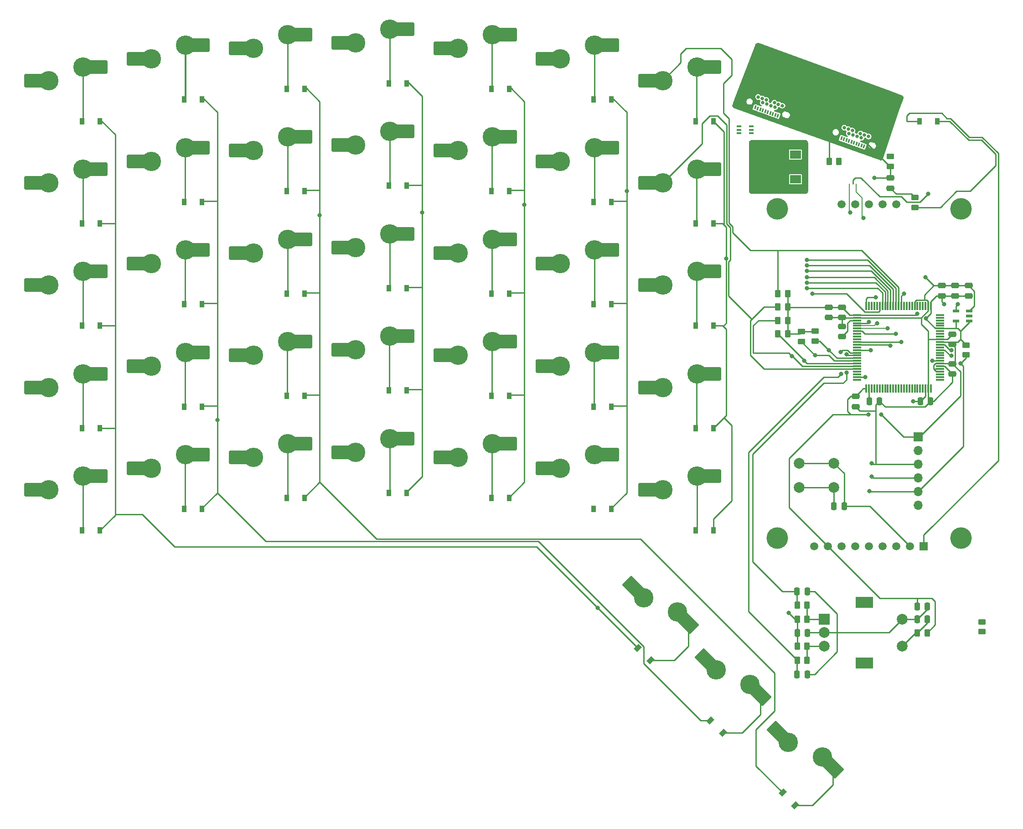
<source format=gbr>
%TF.GenerationSoftware,KiCad,Pcbnew,6.0.7-f9a2dced07~116~ubuntu20.04.1*%
%TF.CreationDate,2022-10-18T12:20:34-04:00*%
%TF.ProjectId,Splitboard-A,53706c69-7462-46f6-9172-642d412e6b69,rev?*%
%TF.SameCoordinates,Original*%
%TF.FileFunction,Copper,L2,Bot*%
%TF.FilePolarity,Positive*%
%FSLAX46Y46*%
G04 Gerber Fmt 4.6, Leading zero omitted, Abs format (unit mm)*
G04 Created by KiCad (PCBNEW 6.0.7-f9a2dced07~116~ubuntu20.04.1) date 2022-10-18 12:20:34*
%MOMM*%
%LPD*%
G01*
G04 APERTURE LIST*
G04 Aperture macros list*
%AMRoundRect*
0 Rectangle with rounded corners*
0 $1 Rounding radius*
0 $2 $3 $4 $5 $6 $7 $8 $9 X,Y pos of 4 corners*
0 Add a 4 corners polygon primitive as box body*
4,1,4,$2,$3,$4,$5,$6,$7,$8,$9,$2,$3,0*
0 Add four circle primitives for the rounded corners*
1,1,$1+$1,$2,$3*
1,1,$1+$1,$4,$5*
1,1,$1+$1,$6,$7*
1,1,$1+$1,$8,$9*
0 Add four rect primitives between the rounded corners*
20,1,$1+$1,$2,$3,$4,$5,0*
20,1,$1+$1,$4,$5,$6,$7,0*
20,1,$1+$1,$6,$7,$8,$9,0*
20,1,$1+$1,$8,$9,$2,$3,0*%
%AMHorizOval*
0 Thick line with rounded ends*
0 $1 width*
0 $2 $3 position (X,Y) of the first rounded end (center of the circle)*
0 $4 $5 position (X,Y) of the second rounded end (center of the circle)*
0 Add line between two ends*
20,1,$1,$2,$3,$4,$5,0*
0 Add two circle primitives to create the rounded ends*
1,1,$1,$2,$3*
1,1,$1,$4,$5*%
%AMRotRect*
0 Rectangle, with rotation*
0 The origin of the aperture is its center*
0 $1 length*
0 $2 width*
0 $3 Rotation angle, in degrees counterclockwise*
0 Add horizontal line*
21,1,$1,$2,0,0,$3*%
G04 Aperture macros list end*
%TA.AperFunction,SMDPad,CuDef*%
%ADD10RotRect,0.300000X0.700000X340.000000*%
%TD*%
%TA.AperFunction,ComponentPad*%
%ADD11C,0.650000*%
%TD*%
%TA.AperFunction,ComponentPad*%
%ADD12HorizOval,0.800000X-0.102606X-0.281908X0.102606X0.281908X0*%
%TD*%
%TA.AperFunction,SMDPad,CuDef*%
%ADD13RoundRect,0.250000X-1.525000X-1.000000X1.525000X-1.000000X1.525000X1.000000X-1.525000X1.000000X0*%
%TD*%
%TA.AperFunction,ComponentPad*%
%ADD14C,3.600000*%
%TD*%
%TA.AperFunction,SMDPad,CuDef*%
%ADD15RoundRect,0.250000X-1.785445X0.371231X0.371231X-1.785445X1.785445X-0.371231X-0.371231X1.785445X0*%
%TD*%
%TA.AperFunction,ComponentPad*%
%ADD16R,1.700000X1.700000*%
%TD*%
%TA.AperFunction,ComponentPad*%
%ADD17O,1.700000X1.700000*%
%TD*%
%TA.AperFunction,ComponentPad*%
%ADD18C,2.000000*%
%TD*%
%TA.AperFunction,ComponentPad*%
%ADD19R,3.200000X2.000000*%
%TD*%
%TA.AperFunction,ComponentPad*%
%ADD20R,2.000000X2.000000*%
%TD*%
%TA.AperFunction,SMDPad,CuDef*%
%ADD21RoundRect,0.250000X-0.250000X-0.475000X0.250000X-0.475000X0.250000X0.475000X-0.250000X0.475000X0*%
%TD*%
%TA.AperFunction,SMDPad,CuDef*%
%ADD22RoundRect,0.250000X-0.262500X-0.450000X0.262500X-0.450000X0.262500X0.450000X-0.262500X0.450000X0*%
%TD*%
%TA.AperFunction,SMDPad,CuDef*%
%ADD23RoundRect,0.250000X0.262500X0.450000X-0.262500X0.450000X-0.262500X-0.450000X0.262500X-0.450000X0*%
%TD*%
%TA.AperFunction,SMDPad,CuDef*%
%ADD24RoundRect,0.250000X-0.475000X0.250000X-0.475000X-0.250000X0.475000X-0.250000X0.475000X0.250000X0*%
%TD*%
%TA.AperFunction,SMDPad,CuDef*%
%ADD25R,0.900000X1.200000*%
%TD*%
%TA.AperFunction,SMDPad,CuDef*%
%ADD26RoundRect,0.250000X-0.450000X0.262500X-0.450000X-0.262500X0.450000X-0.262500X0.450000X0.262500X0*%
%TD*%
%TA.AperFunction,SMDPad,CuDef*%
%ADD27RoundRect,0.250000X0.475000X-0.250000X0.475000X0.250000X-0.475000X0.250000X-0.475000X-0.250000X0*%
%TD*%
%TA.AperFunction,ComponentPad*%
%ADD28C,4.000000*%
%TD*%
%TA.AperFunction,ComponentPad*%
%ADD29R,1.500000X1.500000*%
%TD*%
%TA.AperFunction,ComponentPad*%
%ADD30C,1.500000*%
%TD*%
%TA.AperFunction,SMDPad,CuDef*%
%ADD31RoundRect,0.250000X0.450000X-0.262500X0.450000X0.262500X-0.450000X0.262500X-0.450000X-0.262500X0*%
%TD*%
%TA.AperFunction,SMDPad,CuDef*%
%ADD32RotRect,0.900000X1.200000X315.000000*%
%TD*%
%TA.AperFunction,SMDPad,CuDef*%
%ADD33R,2.000000X1.500000*%
%TD*%
%TA.AperFunction,SMDPad,CuDef*%
%ADD34R,2.000000X3.800000*%
%TD*%
%TA.AperFunction,SMDPad,CuDef*%
%ADD35R,1.300000X0.550000*%
%TD*%
%TA.AperFunction,SMDPad,CuDef*%
%ADD36RoundRect,0.250000X0.250000X0.475000X-0.250000X0.475000X-0.250000X-0.475000X0.250000X-0.475000X0*%
%TD*%
%TA.AperFunction,SMDPad,CuDef*%
%ADD37R,0.876300X0.355600*%
%TD*%
%TA.AperFunction,SMDPad,CuDef*%
%ADD38RoundRect,0.075000X0.725000X0.075000X-0.725000X0.075000X-0.725000X-0.075000X0.725000X-0.075000X0*%
%TD*%
%TA.AperFunction,SMDPad,CuDef*%
%ADD39RoundRect,0.075000X0.075000X0.725000X-0.075000X0.725000X-0.075000X-0.725000X0.075000X-0.725000X0*%
%TD*%
%TA.AperFunction,ViaPad*%
%ADD40C,0.800000*%
%TD*%
%TA.AperFunction,Conductor*%
%ADD41C,0.250000*%
%TD*%
%TA.AperFunction,Conductor*%
%ADD42C,0.200000*%
%TD*%
G04 APERTURE END LIST*
D10*
%TO.P,J1,A1,GND*%
%TO.N,GND*%
X231898904Y-42276702D03*
%TO.P,J1,A2*%
%TO.N,N/C*%
X232368750Y-42447712D03*
%TO.P,J1,A3*%
X232838597Y-42618722D03*
%TO.P,J1,A4,VBUS*%
%TO.N,VBUS*%
X233308443Y-42789732D03*
%TO.P,J1,A5,CC1*%
%TO.N,Net-(J1-PadA5)*%
X233778289Y-42960742D03*
%TO.P,J1,A6,D+*%
%TO.N,/USB_CONN_D+*%
X234248136Y-43131752D03*
%TO.P,J1,A7,D-*%
%TO.N,/USB_CONN_D-*%
X234717982Y-43302762D03*
%TO.P,J1,A8,SBU1*%
%TO.N,unconnected-(J1-PadA8)*%
X235187828Y-43473772D03*
%TO.P,J1,A9,VBUS*%
%TO.N,VBUS*%
X235657675Y-43644782D03*
%TO.P,J1,A10*%
%TO.N,N/C*%
X236127521Y-43815792D03*
%TO.P,J1,A11*%
X236597367Y-43986802D03*
%TO.P,J1,A12,GND*%
%TO.N,GND*%
X237067214Y-44157812D03*
D11*
%TO.P,J1,B1,GND*%
X237562245Y-42943916D03*
%TO.P,J1,B2*%
%TO.N,N/C*%
X237425782Y-42149323D03*
%TO.P,J1,B3*%
X236674028Y-41875707D03*
%TO.P,J1,B4,VBUS*%
%TO.N,VBUS*%
X236058736Y-42396684D03*
%TO.P,J1,B5,CC2*%
%TO.N,Net-(J1-PadB5)*%
X235922273Y-41602091D03*
%TO.P,J1,B6,D+*%
%TO.N,/USB_CONN_D+*%
X235306982Y-42123068D03*
%TO.P,J1,B7,D-*%
%TO.N,/USB_CONN_D-*%
X234555228Y-41849452D03*
%TO.P,J1,B8,SBU2*%
%TO.N,unconnected-(J1-PadB8)*%
X234418765Y-41054859D03*
%TO.P,J1,B9,VBUS*%
%TO.N,VBUS*%
X233803474Y-41575835D03*
%TO.P,J1,B10*%
%TO.N,N/C*%
X233667011Y-40781243D03*
%TO.P,J1,B11*%
X232915257Y-40507626D03*
%TO.P,J1,B12,GND*%
%TO.N,GND*%
X232299966Y-41028603D03*
D12*
%TO.P,J1,S1,SHIELD*%
X241390557Y-37366943D03*
X239017248Y-42834987D03*
X232952117Y-34295603D03*
X231255387Y-40009901D03*
%TD*%
D13*
%TO.P,K28,1*%
%TO.N,/col3*%
X212415000Y-94460000D03*
D14*
X215190000Y-94460000D03*
%TO.P,K28,2*%
%TO.N,Net-(D28-Pad2)*%
X221540000Y-91920000D03*
D13*
X224320000Y-91920000D03*
%TD*%
%TO.P,K11,1*%
%TO.N,/col1*%
X155415000Y-49460000D03*
D14*
X158190000Y-49460000D03*
D13*
%TO.P,K11,2*%
%TO.N,Net-(D11-Pad2)*%
X167320000Y-46920000D03*
D14*
X164540000Y-46920000D03*
%TD*%
D13*
%TO.P,K33,1*%
%TO.N,/col4*%
X174415000Y-107460000D03*
D14*
X177190000Y-107460000D03*
D13*
%TO.P,K33,2*%
%TO.N,Net-(D33-Pad2)*%
X186320000Y-104920000D03*
D14*
X183540000Y-104920000D03*
%TD*%
D13*
%TO.P,K20,1*%
%TO.N,/col2*%
X193415000Y-71460000D03*
D14*
X196190000Y-71460000D03*
D13*
%TO.P,K20,2*%
%TO.N,Net-(D20-Pad2)*%
X205320000Y-68920000D03*
D14*
X202540000Y-68920000D03*
%TD*%
D13*
%TO.P,K13,1*%
%TO.N,/col1*%
X193415000Y-52460000D03*
D14*
X196190000Y-52460000D03*
%TO.P,K13,2*%
%TO.N,Net-(D13-Pad2)*%
X202540000Y-49920000D03*
D13*
X205320000Y-49920000D03*
%TD*%
%TO.P,K7,1*%
%TO.N,/col0*%
X212415000Y-37460000D03*
D14*
X215190000Y-37460000D03*
D13*
%TO.P,K7,2*%
%TO.N,Net-(D7-Pad2)*%
X224320000Y-34920000D03*
D14*
X221540000Y-34920000D03*
%TD*%
%TO.P,K17,1*%
%TO.N,/col2*%
X139190000Y-69460000D03*
D13*
X136415000Y-69460000D03*
%TO.P,K17,2*%
%TO.N,Net-(D17-Pad2)*%
X148320000Y-66920000D03*
D14*
X145540000Y-66920000D03*
%TD*%
D13*
%TO.P,K16,1*%
%TO.N,/col2*%
X117415000Y-71460000D03*
D14*
X120190000Y-71460000D03*
%TO.P,K16,2*%
%TO.N,Net-(D16-Pad2)*%
X126540000Y-68920000D03*
D13*
X129320000Y-68920000D03*
%TD*%
D14*
%TO.P,K37,2*%
%TO.N,Net-(D37-Pad2)*%
X231388154Y-149599214D03*
D15*
X233353911Y-151564971D03*
D14*
%TO.P,K37,1*%
%TO.N,/col5*%
X225101974Y-146905137D03*
D15*
X223139753Y-144942916D03*
%TD*%
D14*
%TO.P,K2,1*%
%TO.N,/col0*%
X120190000Y-33460000D03*
D13*
X117415000Y-33460000D03*
D14*
%TO.P,K2,2*%
%TO.N,Net-(D2-Pad2)*%
X126540000Y-30920000D03*
D13*
X129320000Y-30920000D03*
%TD*%
D14*
%TO.P,K38,1*%
%TO.N,/col5*%
X238537003Y-160340166D03*
D15*
X236574782Y-158377945D03*
D14*
%TO.P,K38,2*%
%TO.N,Net-(D38-Pad2)*%
X244823183Y-163034243D03*
D15*
X246788940Y-165000000D03*
%TD*%
D13*
%TO.P,K5,1*%
%TO.N,/col0*%
X174415000Y-31460000D03*
D14*
X177190000Y-31460000D03*
D13*
%TO.P,K5,2*%
%TO.N,Net-(D5-Pad2)*%
X186320000Y-28920000D03*
D14*
X183540000Y-28920000D03*
%TD*%
D16*
%TO.P,J3,1,Pin_1*%
%TO.N,+3.3V*%
X262625000Y-103650000D03*
D17*
%TO.P,J3,2,Pin_2*%
%TO.N,/SWCLK*%
X262625000Y-106190000D03*
%TO.P,J3,3,Pin_3*%
%TO.N,GND*%
X262625000Y-108730000D03*
%TO.P,J3,4,Pin_4*%
%TO.N,/SWDIO*%
X262625000Y-111270000D03*
%TO.P,J3,5,Pin_5*%
%TO.N,/NRST*%
X262625000Y-113810000D03*
%TO.P,J3,6,Pin_6*%
%TO.N,/SWO*%
X262625000Y-116350000D03*
%TD*%
D14*
%TO.P,K9,1*%
%TO.N,/col1*%
X120190000Y-52460000D03*
D13*
X117415000Y-52460000D03*
D14*
%TO.P,K9,2*%
%TO.N,Net-(D9-Pad2)*%
X126540000Y-49920000D03*
D13*
X129320000Y-49920000D03*
%TD*%
%TO.P,K32,1*%
%TO.N,/col4*%
X155415000Y-106460000D03*
D14*
X158190000Y-106460000D03*
%TO.P,K32,2*%
%TO.N,Net-(D32-Pad2)*%
X164540000Y-103920000D03*
D13*
X167320000Y-103920000D03*
%TD*%
%TO.P,K1,1*%
%TO.N,/col0*%
X98415000Y-37460000D03*
D14*
X101190000Y-37460000D03*
%TO.P,K1,2*%
%TO.N,Net-(D1-Pad2)*%
X107540000Y-34920000D03*
D13*
X110320000Y-34920000D03*
%TD*%
D14*
%TO.P,K26,1*%
%TO.N,/col3*%
X177190000Y-88460000D03*
D13*
X174415000Y-88460000D03*
%TO.P,K26,2*%
%TO.N,Net-(D26-Pad2)*%
X186320000Y-85920000D03*
D14*
X183540000Y-85920000D03*
%TD*%
D18*
%TO.P,SW1,S2,S2*%
%TO.N,GND*%
X259675000Y-137475000D03*
%TO.P,SW1,S1,S1*%
%TO.N,/ENC_SW*%
X259675000Y-142475000D03*
D19*
%TO.P,SW1,MP*%
%TO.N,N/C*%
X252675000Y-134375000D03*
X252675000Y-145575000D03*
D18*
%TO.P,SW1,C,C*%
%TO.N,GND*%
X245175000Y-139975000D03*
%TO.P,SW1,B,B*%
%TO.N,Net-(R13-Pad2)*%
X245175000Y-142475000D03*
D20*
%TO.P,SW1,A,A*%
%TO.N,Net-(R11-Pad2)*%
X245175000Y-137475000D03*
%TD*%
D14*
%TO.P,K4,1*%
%TO.N,/col0*%
X158190000Y-30460000D03*
D13*
X155415000Y-30460000D03*
D14*
%TO.P,K4,2*%
%TO.N,Net-(D4-Pad2)*%
X164540000Y-27920000D03*
D13*
X167320000Y-27920000D03*
%TD*%
%TO.P,K34,1*%
%TO.N,/col4*%
X193415000Y-109460000D03*
D14*
X196190000Y-109460000D03*
%TO.P,K34,2*%
%TO.N,Net-(D34-Pad2)*%
X202540000Y-106920000D03*
D13*
X205320000Y-106920000D03*
%TD*%
%TO.P,K30,1*%
%TO.N,/col4*%
X117415000Y-109460000D03*
D14*
X120190000Y-109460000D03*
%TO.P,K30,2*%
%TO.N,Net-(D30-Pad2)*%
X126540000Y-106920000D03*
D13*
X129320000Y-106920000D03*
%TD*%
D14*
%TO.P,K14,1*%
%TO.N,/col1*%
X215190000Y-56460000D03*
D13*
X212415000Y-56460000D03*
D14*
%TO.P,K14,2*%
%TO.N,Net-(D14-Pad2)*%
X221540000Y-53920000D03*
D13*
X224320000Y-53920000D03*
%TD*%
D14*
%TO.P,K12,1*%
%TO.N,/col1*%
X177190000Y-50460000D03*
D13*
X174415000Y-50460000D03*
D14*
%TO.P,K12,2*%
%TO.N,Net-(D12-Pad2)*%
X183540000Y-47920000D03*
D13*
X186320000Y-47920000D03*
%TD*%
D14*
%TO.P,K22,1*%
%TO.N,/col3*%
X101190000Y-94460000D03*
D13*
X98415000Y-94460000D03*
D14*
%TO.P,K22,2*%
%TO.N,Net-(D22-Pad2)*%
X107540000Y-91920000D03*
D13*
X110320000Y-91920000D03*
%TD*%
%TO.P,K6,1*%
%TO.N,/col0*%
X193415000Y-33460000D03*
D14*
X196190000Y-33460000D03*
%TO.P,K6,2*%
%TO.N,Net-(D6-Pad2)*%
X202540000Y-30920000D03*
D13*
X205320000Y-30920000D03*
%TD*%
%TO.P,K8,1*%
%TO.N,/col1*%
X98415000Y-56460000D03*
D14*
X101190000Y-56460000D03*
%TO.P,K8,2*%
%TO.N,Net-(D8-Pad2)*%
X107540000Y-53920000D03*
D13*
X110320000Y-53920000D03*
%TD*%
%TO.P,K18,1*%
%TO.N,/col2*%
X155415000Y-68460000D03*
D14*
X158190000Y-68460000D03*
%TO.P,K18,2*%
%TO.N,Net-(D18-Pad2)*%
X164540000Y-65920000D03*
D13*
X167320000Y-65920000D03*
%TD*%
%TO.P,K15,1*%
%TO.N,/col2*%
X98415000Y-75460000D03*
D14*
X101190000Y-75460000D03*
%TO.P,K15,2*%
%TO.N,Net-(D15-Pad2)*%
X107540000Y-72920000D03*
D13*
X110320000Y-72920000D03*
%TD*%
%TO.P,K21,1*%
%TO.N,/col2*%
X212415000Y-75460000D03*
D14*
X215190000Y-75460000D03*
%TO.P,K21,2*%
%TO.N,Net-(D21-Pad2)*%
X221540000Y-72920000D03*
D13*
X224320000Y-72920000D03*
%TD*%
%TO.P,K19,1*%
%TO.N,/col2*%
X174415000Y-69460000D03*
D14*
X177190000Y-69460000D03*
%TO.P,K19,2*%
%TO.N,Net-(D19-Pad2)*%
X183540000Y-66920000D03*
D13*
X186320000Y-66920000D03*
%TD*%
D14*
%TO.P,K25,1*%
%TO.N,/col3*%
X158190000Y-87460000D03*
D13*
X155415000Y-87460000D03*
D14*
%TO.P,K25,2*%
%TO.N,Net-(D25-Pad2)*%
X164540000Y-84920000D03*
D13*
X167320000Y-84920000D03*
%TD*%
%TO.P,K10,1*%
%TO.N,/col1*%
X136415000Y-50460000D03*
D14*
X139190000Y-50460000D03*
D13*
%TO.P,K10,2*%
%TO.N,Net-(D10-Pad2)*%
X148320000Y-47920000D03*
D14*
X145540000Y-47920000D03*
%TD*%
D13*
%TO.P,K31,1*%
%TO.N,/col4*%
X136415000Y-107460000D03*
D14*
X139190000Y-107460000D03*
D13*
%TO.P,K31,2*%
%TO.N,Net-(D31-Pad2)*%
X148320000Y-104920000D03*
D14*
X145540000Y-104920000D03*
%TD*%
%TO.P,K23,1*%
%TO.N,/col3*%
X120190000Y-90460000D03*
D13*
X117415000Y-90460000D03*
%TO.P,K23,2*%
%TO.N,Net-(D23-Pad2)*%
X129320000Y-87920000D03*
D14*
X126540000Y-87920000D03*
%TD*%
%TO.P,K29,1*%
%TO.N,/col4*%
X101190000Y-113460000D03*
D13*
X98415000Y-113460000D03*
D14*
%TO.P,K29,2*%
%TO.N,Net-(D29-Pad2)*%
X107540000Y-110920000D03*
D13*
X110320000Y-110920000D03*
%TD*%
%TO.P,K24,1*%
%TO.N,/col3*%
X136415000Y-88460000D03*
D14*
X139190000Y-88460000D03*
%TO.P,K24,2*%
%TO.N,Net-(D24-Pad2)*%
X145540000Y-85920000D03*
D13*
X148320000Y-85920000D03*
%TD*%
D15*
%TO.P,K36,1*%
%TO.N,/col5*%
X209704724Y-131507887D03*
D14*
X211666945Y-133470108D03*
D15*
%TO.P,K36,2*%
%TO.N,Net-(D36-Pad2)*%
X219918882Y-138129942D03*
D14*
X217953125Y-136164185D03*
%TD*%
D13*
%TO.P,K35,1*%
%TO.N,/col4*%
X212415000Y-113460000D03*
D14*
X215190000Y-113460000D03*
%TO.P,K35,2*%
%TO.N,Net-(D35-Pad2)*%
X221540000Y-110920000D03*
D13*
X224320000Y-110920000D03*
%TD*%
%TO.P,K27,1*%
%TO.N,/col3*%
X193415000Y-90460000D03*
D14*
X196190000Y-90460000D03*
D13*
%TO.P,K27,2*%
%TO.N,Net-(D27-Pad2)*%
X205320000Y-87920000D03*
D14*
X202540000Y-87920000D03*
%TD*%
%TO.P,K3,1*%
%TO.N,/col0*%
X139190000Y-31460000D03*
D13*
X136415000Y-31460000D03*
%TO.P,K3,2*%
%TO.N,Net-(D3-Pad2)*%
X148320000Y-28920000D03*
D14*
X145540000Y-28920000D03*
%TD*%
D21*
%TO.P,C5,2*%
%TO.N,/ENC_SW*%
X264350000Y-137500000D03*
%TO.P,C5,1*%
%TO.N,GND*%
X262450000Y-137500000D03*
%TD*%
D22*
%TO.P,R7,1*%
%TO.N,/col2*%
X236587500Y-82000000D03*
%TO.P,R7,2*%
%TO.N,+3.3V*%
X238412500Y-82000000D03*
%TD*%
D23*
%TO.P,R14,2*%
%TO.N,/ENC_B*%
X240187500Y-145100000D03*
%TO.P,R14,1*%
%TO.N,Net-(R13-Pad2)*%
X242012500Y-145100000D03*
%TD*%
D24*
%TO.P,C10,1*%
%TO.N,+3.3V*%
X248500000Y-79550000D03*
%TO.P,C10,2*%
%TO.N,GND*%
X248500000Y-81450000D03*
%TD*%
D21*
%TO.P,C8,1*%
%TO.N,+3.3V*%
X263050000Y-97000000D03*
%TO.P,C8,2*%
%TO.N,GND*%
X264950000Y-97000000D03*
%TD*%
D18*
%TO.P,SW2,1,1*%
%TO.N,GND*%
X240500000Y-108500000D03*
X247000000Y-108500000D03*
%TO.P,SW2,2,2*%
%TO.N,/NRST*%
X240500000Y-113000000D03*
X247000000Y-113000000D03*
%TD*%
D21*
%TO.P,C1,1*%
%TO.N,Net-(C1-Pad1)*%
X253550000Y-97000000D03*
%TO.P,C1,2*%
%TO.N,GND*%
X255450000Y-97000000D03*
%TD*%
D25*
%TO.P,D22,1,K*%
%TO.N,/row0*%
X110650000Y-102000000D03*
%TO.P,D22,2,A*%
%TO.N,Net-(D22-Pad2)*%
X107350000Y-102000000D03*
%TD*%
D26*
%TO.P,R2,1*%
%TO.N,Net-(J1-PadB5)*%
X257500000Y-51587500D03*
%TO.P,R2,2*%
%TO.N,GND*%
X257500000Y-53412500D03*
%TD*%
D24*
%TO.P,C9,1*%
%TO.N,+3.3V*%
X246000000Y-79550000D03*
%TO.P,C9,2*%
%TO.N,GND*%
X246000000Y-81450000D03*
%TD*%
D25*
%TO.P,D19,1,K*%
%TO.N,/row4*%
X186650000Y-77000000D03*
%TO.P,D19,2,A*%
%TO.N,Net-(D19-Pad2)*%
X183350000Y-77000000D03*
%TD*%
D27*
%TO.P,C12,1*%
%TO.N,+3.3V*%
X269500000Y-77450000D03*
%TO.P,C12,2*%
%TO.N,GND*%
X269500000Y-75550000D03*
%TD*%
D28*
%TO.P,U2,*%
%TO.N,*%
X236450000Y-61257500D03*
X236450000Y-122457500D03*
X270550000Y-61257500D03*
X270550000Y-122457500D03*
D29*
%TO.P,U2,1,VCC*%
%TO.N,VBUS*%
X263660000Y-123957500D03*
D30*
%TO.P,U2,2,GND*%
%TO.N,GND*%
X261120000Y-123957500D03*
%TO.P,U2,3,~{CS}*%
%TO.N,/LCD1_CS*%
X258580000Y-123957500D03*
%TO.P,U2,4,RESET*%
%TO.N,/LCD1_RST*%
X256040000Y-123957500D03*
%TO.P,U2,5,D/~{C}*%
%TO.N,/LCD1_DC*%
X253500000Y-123957500D03*
%TO.P,U2,6,MOSI*%
%TO.N,/MOSI*%
X250960000Y-123957500D03*
%TO.P,U2,7,SCK*%
%TO.N,/SCK*%
X248420000Y-123957500D03*
%TO.P,U2,8,LED*%
%TO.N,+3.3V*%
X245880000Y-123957500D03*
%TO.P,U2,9,MISO*%
%TO.N,unconnected-(U2-Pad9)*%
X243340000Y-123957500D03*
%TO.P,U2,10,SD_CS*%
%TO.N,unconnected-(U2-Pad10)*%
X258580000Y-60437500D03*
%TO.P,U2,11,SD_MOSI*%
%TO.N,unconnected-(U2-Pad11)*%
X256040000Y-60437500D03*
%TO.P,U2,12,SD_MISO*%
%TO.N,unconnected-(U2-Pad12)*%
X253500000Y-60437500D03*
%TO.P,U2,13,SD_SCK*%
%TO.N,unconnected-(U2-Pad13)*%
X250960000Y-60437500D03*
%TO.P,U2,14,FLASH_CD*%
%TO.N,unconnected-(U2-Pad14)*%
X248420000Y-60437500D03*
%TD*%
D27*
%TO.P,C3,1*%
%TO.N,Net-(C3-Pad1)*%
X257500000Y-57450000D03*
%TO.P,C3,2*%
%TO.N,GND*%
X257500000Y-55550000D03*
%TD*%
D25*
%TO.P,D9,1,K*%
%TO.N,/row1*%
X129650000Y-60000000D03*
%TO.P,D9,2,A*%
%TO.N,Net-(D9-Pad2)*%
X126350000Y-60000000D03*
%TD*%
%TO.P,D13,1,K*%
%TO.N,/row5*%
X205650000Y-60000000D03*
%TO.P,D13,2,A*%
%TO.N,Net-(D13-Pad2)*%
X202350000Y-60000000D03*
%TD*%
%TO.P,D10,1,K*%
%TO.N,/row2*%
X148650000Y-58000000D03*
%TO.P,D10,2,A*%
%TO.N,Net-(D10-Pad2)*%
X145350000Y-58000000D03*
%TD*%
%TO.P,D12,1,K*%
%TO.N,/row4*%
X186650000Y-58000000D03*
%TO.P,D12,2,A*%
%TO.N,Net-(D12-Pad2)*%
X183350000Y-58000000D03*
%TD*%
%TO.P,D16,1,K*%
%TO.N,/row1*%
X129650000Y-79000000D03*
%TO.P,D16,2,A*%
%TO.N,Net-(D16-Pad2)*%
X126350000Y-79000000D03*
%TD*%
%TO.P,D15,1,K*%
%TO.N,/row0*%
X110650000Y-83000000D03*
%TO.P,D15,2,A*%
%TO.N,Net-(D15-Pad2)*%
X107350000Y-83000000D03*
%TD*%
D31*
%TO.P,R4,1*%
%TO.N,/col5*%
X243500000Y-85825000D03*
%TO.P,R4,2*%
%TO.N,+3.3V*%
X243500000Y-84000000D03*
%TD*%
D22*
%TO.P,R11,2*%
%TO.N,Net-(R11-Pad2)*%
X242012500Y-137487500D03*
%TO.P,R11,1*%
%TO.N,+3.3V*%
X240187500Y-137487500D03*
%TD*%
D32*
%TO.P,D37,1,K*%
%TO.N,/row1*%
X224025688Y-156248710D03*
%TO.P,D37,2,A*%
%TO.N,Net-(D37-Pad2)*%
X226359140Y-158582162D03*
%TD*%
D25*
%TO.P,D11,1,K*%
%TO.N,/row3*%
X167650000Y-57000000D03*
%TO.P,D11,2,A*%
%TO.N,Net-(D11-Pad2)*%
X164350000Y-57000000D03*
%TD*%
D26*
%TO.P,R15,1*%
%TO.N,+3.3V*%
X271500000Y-86587500D03*
%TO.P,R15,2*%
%TO.N,/NRST*%
X271500000Y-88412500D03*
%TD*%
D25*
%TO.P,D2,1,K*%
%TO.N,/row1*%
X129650000Y-41000000D03*
%TO.P,D2,2,A*%
%TO.N,Net-(D2-Pad2)*%
X126350000Y-41000000D03*
%TD*%
D27*
%TO.P,C13,1*%
%TO.N,+3.3V*%
X272000000Y-77450000D03*
%TO.P,C13,2*%
%TO.N,GND*%
X272000000Y-75550000D03*
%TD*%
D21*
%TO.P,C6,2*%
%TO.N,GND*%
X264350000Y-135100000D03*
%TO.P,C6,1*%
%TO.N,+3.3V*%
X262450000Y-135100000D03*
%TD*%
D22*
%TO.P,R9,1*%
%TO.N,/col0*%
X236587500Y-77000000D03*
%TO.P,R9,2*%
%TO.N,+3.3V*%
X238412500Y-77000000D03*
%TD*%
D25*
%TO.P,D14,1,K*%
%TO.N,/row6*%
X224650000Y-64000000D03*
%TO.P,D14,2,A*%
%TO.N,Net-(D14-Pad2)*%
X221350000Y-64000000D03*
%TD*%
D21*
%TO.P,C4,2*%
%TO.N,GND*%
X242100000Y-139987500D03*
%TO.P,C4,1*%
%TO.N,+3.3V*%
X240200000Y-139987500D03*
%TD*%
D33*
%TO.P,U4,3,VI*%
%TO.N,Net-(C3-Pad1)*%
X239850000Y-55800000D03*
D34*
%TO.P,U4,2,VO*%
%TO.N,+3.3V*%
X233550000Y-53500000D03*
D33*
X239850000Y-53500000D03*
%TO.P,U4,1,GND*%
%TO.N,GND*%
X239850000Y-51200000D03*
%TD*%
D25*
%TO.P,D17,1,K*%
%TO.N,/row2*%
X148650000Y-77000000D03*
%TO.P,D17,2,A*%
%TO.N,Net-(D17-Pad2)*%
X145350000Y-77000000D03*
%TD*%
D21*
%TO.P,C16,2*%
%TO.N,GND*%
X242050000Y-132300000D03*
%TO.P,C16,1*%
%TO.N,/ENC_A*%
X240150000Y-132300000D03*
%TD*%
D25*
%TO.P,D23,1,K*%
%TO.N,/row1*%
X129650000Y-98000000D03*
%TO.P,D23,2,A*%
%TO.N,Net-(D23-Pad2)*%
X126350000Y-98000000D03*
%TD*%
%TO.P,D3,1,K*%
%TO.N,/row2*%
X148650000Y-39000000D03*
%TO.P,D3,2,A*%
%TO.N,Net-(D3-Pad2)*%
X145350000Y-39000000D03*
%TD*%
%TO.P,D34,1,K*%
%TO.N,/row5*%
X205650000Y-117000000D03*
%TO.P,D34,2,A*%
%TO.N,Net-(D34-Pad2)*%
X202350000Y-117000000D03*
%TD*%
D24*
%TO.P,C7,1*%
%TO.N,+3.3V*%
X251000000Y-96100000D03*
%TO.P,C7,2*%
%TO.N,GND*%
X251000000Y-98000000D03*
%TD*%
D35*
%TO.P,U1,1,GND*%
%TO.N,GND*%
X272123500Y-80248499D03*
%TO.P,U1,2,NC*%
%TO.N,unconnected-(U1-Pad2)*%
X272123500Y-81198500D03*
%TO.P,U1,3,OE/NC*%
%TO.N,+3.3V*%
X272123500Y-82148501D03*
%TO.P,U1,4,VDD*%
X269623500Y-82148501D03*
%TO.P,U1,5,OUT*%
%TO.N,/RCC_OSC_IN*%
X269623500Y-80248499D03*
%TD*%
D31*
%TO.P,FB1,1*%
%TO.N,Net-(D39-Pad1)*%
X262000000Y-61000000D03*
%TO.P,FB1,2*%
%TO.N,Net-(C3-Pad1)*%
X262000000Y-59175000D03*
%TD*%
D27*
%TO.P,C14,1*%
%TO.N,+3.3V*%
X269000000Y-86450000D03*
%TO.P,C14,2*%
%TO.N,GND*%
X269000000Y-84550000D03*
%TD*%
D24*
%TO.P,C15,1*%
%TO.N,+3.3V*%
X269000000Y-90050000D03*
%TO.P,C15,2*%
%TO.N,GND*%
X269000000Y-91950000D03*
%TD*%
D25*
%TO.P,D30,1,K*%
%TO.N,/row1*%
X129650000Y-117000000D03*
%TO.P,D30,2,A*%
%TO.N,Net-(D30-Pad2)*%
X126350000Y-117000000D03*
%TD*%
%TO.P,D25,1,K*%
%TO.N,/row3*%
X167650000Y-95000000D03*
%TO.P,D25,2,A*%
%TO.N,Net-(D25-Pad2)*%
X164350000Y-95000000D03*
%TD*%
D36*
%TO.P,C17,2*%
%TO.N,/ENC_B*%
X240150000Y-147700000D03*
%TO.P,C17,1*%
%TO.N,GND*%
X242050000Y-147700000D03*
%TD*%
D32*
%TO.P,D36,1,K*%
%TO.N,/row0*%
X210590654Y-142813684D03*
%TO.P,D36,2,A*%
%TO.N,Net-(D36-Pad2)*%
X212924106Y-145147136D03*
%TD*%
D25*
%TO.P,D35,1,K*%
%TO.N,/row6*%
X224650000Y-121000000D03*
%TO.P,D35,2,A*%
%TO.N,Net-(D35-Pad2)*%
X221350000Y-121000000D03*
%TD*%
%TO.P,D31,1,K*%
%TO.N,/row2*%
X148650000Y-115000000D03*
%TO.P,D31,2,A*%
%TO.N,Net-(D31-Pad2)*%
X145350000Y-115000000D03*
%TD*%
%TO.P,D21,1,K*%
%TO.N,/row6*%
X224650000Y-83000000D03*
%TO.P,D21,2,A*%
%TO.N,Net-(D21-Pad2)*%
X221350000Y-83000000D03*
%TD*%
D36*
%TO.P,C18,1*%
%TO.N,GND*%
X248900000Y-116500000D03*
%TO.P,C18,2*%
%TO.N,/NRST*%
X247000000Y-116500000D03*
%TD*%
D37*
%TO.P,U5,1,D1*%
%TO.N,/USB_CONN_D+*%
X229388750Y-47249999D03*
%TO.P,U5,2,GND*%
%TO.N,GND*%
X229388750Y-46600000D03*
%TO.P,U5,3,D2*%
%TO.N,/USB_CONN_D-*%
X229388750Y-45950001D03*
%TO.P,U5,4,D3*%
%TO.N,/USB_D-*%
X231611250Y-45950001D03*
%TO.P,U5,5,VDD*%
%TO.N,+3.3V*%
X231611250Y-46600000D03*
%TO.P,U5,6,D4*%
%TO.N,/USB_D+*%
X231611250Y-47249999D03*
%TD*%
D38*
%TO.P,U3,1,PE2*%
%TO.N,unconnected-(U3-Pad1)*%
X266675000Y-81000000D03*
%TO.P,U3,2,PE3*%
%TO.N,unconnected-(U3-Pad2)*%
X266675000Y-81500000D03*
%TO.P,U3,3,PE4*%
%TO.N,unconnected-(U3-Pad3)*%
X266675000Y-82000000D03*
%TO.P,U3,4,PE5*%
%TO.N,unconnected-(U3-Pad4)*%
X266675000Y-82500000D03*
%TO.P,U3,5,PE6*%
%TO.N,unconnected-(U3-Pad5)*%
X266675000Y-83000000D03*
%TO.P,U3,6,VBAT*%
%TO.N,+3.3V*%
X266675000Y-83500000D03*
%TO.P,U3,7,PC13*%
%TO.N,unconnected-(U3-Pad7)*%
X266675000Y-84000000D03*
%TO.P,U3,8,PC14*%
%TO.N,unconnected-(U3-Pad8)*%
X266675000Y-84500000D03*
%TO.P,U3,9,PC15*%
%TO.N,unconnected-(U3-Pad9)*%
X266675000Y-85000000D03*
%TO.P,U3,10,VSS*%
%TO.N,GND*%
X266675000Y-85500000D03*
%TO.P,U3,11,VDD*%
%TO.N,+3.3V*%
X266675000Y-86000000D03*
%TO.P,U3,12,PH0*%
%TO.N,/RCC_OSC_IN*%
X266675000Y-86500000D03*
%TO.P,U3,13,PH1*%
%TO.N,/RCC_OSC_OUT*%
X266675000Y-87000000D03*
%TO.P,U3,14,NRST*%
%TO.N,/NRST*%
X266675000Y-87500000D03*
%TO.P,U3,15,PC0*%
%TO.N,unconnected-(U3-Pad15)*%
X266675000Y-88000000D03*
%TO.P,U3,16,PC1*%
%TO.N,unconnected-(U3-Pad16)*%
X266675000Y-88500000D03*
%TO.P,U3,17,PC2*%
%TO.N,unconnected-(U3-Pad17)*%
X266675000Y-89000000D03*
%TO.P,U3,18,PC3*%
%TO.N,/MOSI*%
X266675000Y-89500000D03*
%TO.P,U3,19,VDD*%
%TO.N,+3.3V*%
X266675000Y-90000000D03*
%TO.P,U3,20,VSSA*%
%TO.N,GND*%
X266675000Y-90500000D03*
%TO.P,U3,21,VREF+*%
%TO.N,+3.3V*%
X266675000Y-91000000D03*
%TO.P,U3,22,VDDA*%
X266675000Y-91500000D03*
%TO.P,U3,23,PA0*%
%TO.N,unconnected-(U3-Pad23)*%
X266675000Y-92000000D03*
%TO.P,U3,24,PA1*%
%TO.N,unconnected-(U3-Pad24)*%
X266675000Y-92500000D03*
%TO.P,U3,25,PA2*%
%TO.N,unconnected-(U3-Pad25)*%
X266675000Y-93000000D03*
D39*
%TO.P,U3,26,PA3*%
%TO.N,unconnected-(U3-Pad26)*%
X265000000Y-94675000D03*
%TO.P,U3,27,VSS*%
%TO.N,GND*%
X264500000Y-94675000D03*
%TO.P,U3,28,VDD*%
%TO.N,+3.3V*%
X264000000Y-94675000D03*
%TO.P,U3,29,PA4*%
%TO.N,unconnected-(U3-Pad29)*%
X263500000Y-94675000D03*
%TO.P,U3,30,PA5*%
%TO.N,unconnected-(U3-Pad30)*%
X263000000Y-94675000D03*
%TO.P,U3,31,PA6*%
%TO.N,unconnected-(U3-Pad31)*%
X262500000Y-94675000D03*
%TO.P,U3,32,PA7*%
%TO.N,unconnected-(U3-Pad32)*%
X262000000Y-94675000D03*
%TO.P,U3,33,PC4*%
%TO.N,unconnected-(U3-Pad33)*%
X261500000Y-94675000D03*
%TO.P,U3,34,PC5*%
%TO.N,unconnected-(U3-Pad34)*%
X261000000Y-94675000D03*
%TO.P,U3,35,PB0*%
%TO.N,unconnected-(U3-Pad35)*%
X260500000Y-94675000D03*
%TO.P,U3,36,PB1*%
%TO.N,unconnected-(U3-Pad36)*%
X260000000Y-94675000D03*
%TO.P,U3,37,PB2*%
%TO.N,unconnected-(U3-Pad37)*%
X259500000Y-94675000D03*
%TO.P,U3,38,PE7*%
%TO.N,unconnected-(U3-Pad38)*%
X259000000Y-94675000D03*
%TO.P,U3,39,PE8*%
%TO.N,unconnected-(U3-Pad39)*%
X258500000Y-94675000D03*
%TO.P,U3,40,PE9*%
%TO.N,unconnected-(U3-Pad40)*%
X258000000Y-94675000D03*
%TO.P,U3,41,PE10*%
%TO.N,unconnected-(U3-Pad41)*%
X257500000Y-94675000D03*
%TO.P,U3,42,PE11*%
%TO.N,unconnected-(U3-Pad42)*%
X257000000Y-94675000D03*
%TO.P,U3,43,PE12*%
%TO.N,unconnected-(U3-Pad43)*%
X256500000Y-94675000D03*
%TO.P,U3,44,PE13*%
%TO.N,unconnected-(U3-Pad44)*%
X256000000Y-94675000D03*
%TO.P,U3,45,PE14*%
%TO.N,unconnected-(U3-Pad45)*%
X255500000Y-94675000D03*
%TO.P,U3,46,PE15*%
%TO.N,unconnected-(U3-Pad46)*%
X255000000Y-94675000D03*
%TO.P,U3,47,PB10*%
%TO.N,/SCL*%
X254500000Y-94675000D03*
%TO.P,U3,48,PB11*%
%TO.N,/SDA*%
X254000000Y-94675000D03*
%TO.P,U3,49,VCAP_1*%
%TO.N,Net-(C1-Pad1)*%
X253500000Y-94675000D03*
%TO.P,U3,50,VDD*%
%TO.N,+3.3V*%
X253000000Y-94675000D03*
D38*
%TO.P,U3,51,PB12*%
%TO.N,unconnected-(U3-Pad51)*%
X251325000Y-93000000D03*
%TO.P,U3,52,PB13*%
%TO.N,/SCK*%
X251325000Y-92500000D03*
%TO.P,U3,53,PB14*%
%TO.N,unconnected-(U3-Pad53)*%
X251325000Y-92000000D03*
%TO.P,U3,54,PB15*%
%TO.N,unconnected-(U3-Pad54)*%
X251325000Y-91500000D03*
%TO.P,U3,55,PD8*%
%TO.N,/col1*%
X251325000Y-91000000D03*
%TO.P,U3,56,PD9*%
%TO.N,/col2*%
X251325000Y-90500000D03*
%TO.P,U3,57,PD10*%
%TO.N,/col3*%
X251325000Y-90000000D03*
%TO.P,U3,58,PD11*%
%TO.N,/col4*%
X251325000Y-89500000D03*
%TO.P,U3,59,PD12*%
%TO.N,/col5*%
X251325000Y-89000000D03*
%TO.P,U3,60,PD13*%
%TO.N,/ENC_A*%
X251325000Y-88500000D03*
%TO.P,U3,61,PD14*%
%TO.N,/ENC_B*%
X251325000Y-88000000D03*
%TO.P,U3,62,PD15*%
%TO.N,/ENC_SW*%
X251325000Y-87500000D03*
%TO.P,U3,63,PC6*%
%TO.N,unconnected-(U3-Pad63)*%
X251325000Y-87000000D03*
%TO.P,U3,64,PC7*%
%TO.N,/LCD1_DC*%
X251325000Y-86500000D03*
%TO.P,U3,65,PC8*%
%TO.N,/LCD1_CS*%
X251325000Y-86000000D03*
%TO.P,U3,66,PC9*%
%TO.N,/LCD2_DC*%
X251325000Y-85500000D03*
%TO.P,U3,67,PA8*%
%TO.N,/LCD2_CS*%
X251325000Y-85000000D03*
%TO.P,U3,68,PA9*%
%TO.N,/LCD2_RST*%
X251325000Y-84500000D03*
%TO.P,U3,69,PA10*%
%TO.N,/LCD1_RST*%
X251325000Y-84000000D03*
%TO.P,U3,70,PA11*%
%TO.N,/USB_D-*%
X251325000Y-83500000D03*
%TO.P,U3,71,PA12*%
%TO.N,/USB_D+*%
X251325000Y-83000000D03*
%TO.P,U3,72,PA13*%
%TO.N,/SWDIO*%
X251325000Y-82500000D03*
%TO.P,U3,73,VCAP_2*%
%TO.N,Net-(C2-Pad1)*%
X251325000Y-82000000D03*
%TO.P,U3,74,VSS*%
%TO.N,GND*%
X251325000Y-81500000D03*
%TO.P,U3,75,VDD*%
%TO.N,+3.3V*%
X251325000Y-81000000D03*
D39*
%TO.P,U3,76,PA14*%
%TO.N,/SWCLK*%
X253000000Y-79325000D03*
%TO.P,U3,77,PA15*%
%TO.N,unconnected-(U3-Pad77)*%
X253500000Y-79325000D03*
%TO.P,U3,78,PC10*%
%TO.N,unconnected-(U3-Pad78)*%
X254000000Y-79325000D03*
%TO.P,U3,79,PC11*%
%TO.N,unconnected-(U3-Pad79)*%
X254500000Y-79325000D03*
%TO.P,U3,80,PC12*%
%TO.N,unconnected-(U3-Pad80)*%
X255000000Y-79325000D03*
%TO.P,U3,81,PD0*%
%TO.N,/row0*%
X255500000Y-79325000D03*
%TO.P,U3,82,PD1*%
%TO.N,/row1*%
X256000000Y-79325000D03*
%TO.P,U3,83,PD2*%
%TO.N,/row2*%
X256500000Y-79325000D03*
%TO.P,U3,84,PD3*%
%TO.N,/row3*%
X257000000Y-79325000D03*
%TO.P,U3,85,PD4*%
%TO.N,/row4*%
X257500000Y-79325000D03*
%TO.P,U3,86,PD5*%
%TO.N,/row5*%
X258000000Y-79325000D03*
%TO.P,U3,87,PD6*%
%TO.N,/row6*%
X258500000Y-79325000D03*
%TO.P,U3,88,PD7*%
%TO.N,/col0*%
X259000000Y-79325000D03*
%TO.P,U3,89,PB3*%
%TO.N,/SWO*%
X259500000Y-79325000D03*
%TO.P,U3,90,PB4*%
%TO.N,unconnected-(U3-Pad90)*%
X260000000Y-79325000D03*
%TO.P,U3,91,PB5*%
%TO.N,unconnected-(U3-Pad91)*%
X260500000Y-79325000D03*
%TO.P,U3,92,PB6*%
%TO.N,unconnected-(U3-Pad92)*%
X261000000Y-79325000D03*
%TO.P,U3,93,PB7*%
%TO.N,unconnected-(U3-Pad93)*%
X261500000Y-79325000D03*
%TO.P,U3,94,BOOT0*%
%TO.N,GND*%
X262000000Y-79325000D03*
%TO.P,U3,95,PB8*%
%TO.N,unconnected-(U3-Pad95)*%
X262500000Y-79325000D03*
%TO.P,U3,96,PB9*%
%TO.N,unconnected-(U3-Pad96)*%
X263000000Y-79325000D03*
%TO.P,U3,97,PE0*%
%TO.N,unconnected-(U3-Pad97)*%
X263500000Y-79325000D03*
%TO.P,U3,98,PE1*%
%TO.N,unconnected-(U3-Pad98)*%
X264000000Y-79325000D03*
%TO.P,U3,99,VSS*%
%TO.N,GND*%
X264500000Y-79325000D03*
%TO.P,U3,100,VDD*%
%TO.N,+3.3V*%
X265000000Y-79325000D03*
%TD*%
D32*
%TO.P,D38,1,K*%
%TO.N,/row2*%
X237460717Y-169683738D03*
%TO.P,D38,2,A*%
%TO.N,Net-(D38-Pad2)*%
X239794169Y-172017190D03*
%TD*%
D23*
%TO.P,R1,1*%
%TO.N,Net-(J1-PadA5)*%
X247912500Y-52500000D03*
%TO.P,R1,2*%
%TO.N,GND*%
X246087500Y-52500000D03*
%TD*%
D25*
%TO.P,D5,1,K*%
%TO.N,/row4*%
X186650000Y-39000000D03*
%TO.P,D5,2,A*%
%TO.N,Net-(D5-Pad2)*%
X183350000Y-39000000D03*
%TD*%
D22*
%TO.P,R13,2*%
%TO.N,Net-(R13-Pad2)*%
X242012500Y-142487500D03*
%TO.P,R13,1*%
%TO.N,+3.3V*%
X240187500Y-142487500D03*
%TD*%
D25*
%TO.P,D18,1,K*%
%TO.N,/row3*%
X167650000Y-76000000D03*
%TO.P,D18,2,A*%
%TO.N,Net-(D18-Pad2)*%
X164350000Y-76000000D03*
%TD*%
D22*
%TO.P,R8,1*%
%TO.N,/col1*%
X236587500Y-79500000D03*
%TO.P,R8,2*%
%TO.N,+3.3V*%
X238412500Y-79500000D03*
%TD*%
D25*
%TO.P,D28,1,K*%
%TO.N,/row6*%
X224650000Y-102000000D03*
%TO.P,D28,2,A*%
%TO.N,Net-(D28-Pad2)*%
X221350000Y-102000000D03*
%TD*%
%TO.P,D32,1,K*%
%TO.N,/row3*%
X167650000Y-114000000D03*
%TO.P,D32,2,A*%
%TO.N,Net-(D32-Pad2)*%
X164350000Y-114000000D03*
%TD*%
D27*
%TO.P,C11,1*%
%TO.N,+3.3V*%
X267000000Y-77450000D03*
%TO.P,C11,2*%
%TO.N,GND*%
X267000000Y-75550000D03*
%TD*%
D22*
%TO.P,R10,2*%
%TO.N,+3.3V*%
X264312500Y-140000000D03*
%TO.P,R10,1*%
%TO.N,/ENC_SW*%
X262487500Y-140000000D03*
%TD*%
D25*
%TO.P,D27,1,K*%
%TO.N,/row5*%
X205650000Y-98000000D03*
%TO.P,D27,2,A*%
%TO.N,Net-(D27-Pad2)*%
X202350000Y-98000000D03*
%TD*%
%TO.P,D29,1,K*%
%TO.N,/row0*%
X110650000Y-121000000D03*
%TO.P,D29,2,A*%
%TO.N,Net-(D29-Pad2)*%
X107350000Y-121000000D03*
%TD*%
%TO.P,D7,1,K*%
%TO.N,/row6*%
X224650000Y-45000000D03*
%TO.P,D7,2,A*%
%TO.N,Net-(D7-Pad2)*%
X221350000Y-45000000D03*
%TD*%
%TO.P,D6,1,K*%
%TO.N,/row5*%
X205650000Y-41000000D03*
%TO.P,D6,2,A*%
%TO.N,Net-(D6-Pad2)*%
X202350000Y-41000000D03*
%TD*%
D22*
%TO.P,R6,1*%
%TO.N,/col3*%
X236587500Y-84500000D03*
%TO.P,R6,2*%
%TO.N,+3.3V*%
X238412500Y-84500000D03*
%TD*%
%TO.P,R12,2*%
%TO.N,Net-(R11-Pad2)*%
X242012500Y-134900000D03*
%TO.P,R12,1*%
%TO.N,/ENC_A*%
X240187500Y-134900000D03*
%TD*%
D25*
%TO.P,D1,1,K*%
%TO.N,/row0*%
X110650000Y-45000000D03*
%TO.P,D1,2,A*%
%TO.N,Net-(D1-Pad2)*%
X107350000Y-45000000D03*
%TD*%
D10*
%TO.P,J2,A1,GND*%
%TO.N,GND*%
X247898904Y-47976702D03*
%TO.P,J2,A2,TX1+*%
%TO.N,unconnected-(J2-PadA2)*%
X248368750Y-48147712D03*
%TO.P,J2,A3,TX1-*%
%TO.N,/LCD2_RST*%
X248838597Y-48318722D03*
%TO.P,J2,A4,VBUS*%
%TO.N,VBUS*%
X249308443Y-48489732D03*
%TO.P,J2,A5,CC1*%
%TO.N,/MOSI*%
X249778289Y-48660742D03*
%TO.P,J2,A6,D+*%
%TO.N,/SDA*%
X250248136Y-48831752D03*
%TO.P,J2,A7,D-*%
%TO.N,/SCL*%
X250717982Y-49002762D03*
%TO.P,J2,A8,SBU1*%
%TO.N,/SCK*%
X251187828Y-49173772D03*
%TO.P,J2,A9,VBUS*%
%TO.N,VBUS*%
X251657675Y-49344782D03*
%TO.P,J2,A10,RX2-*%
%TO.N,/LCD2_CS*%
X252127521Y-49515792D03*
%TO.P,J2,A11,RX2+*%
%TO.N,/LCD2_DC*%
X252597367Y-49686802D03*
%TO.P,J2,A12,GND*%
%TO.N,GND*%
X253067214Y-49857812D03*
D11*
%TO.P,J2,B1,GND*%
X253562245Y-48643916D03*
%TO.P,J2,B2,TX2+*%
%TO.N,unconnected-(J2-PadB2)*%
X253425782Y-47849323D03*
%TO.P,J2,B3,TX2-*%
%TO.N,/LCD2_RST*%
X252674028Y-47575707D03*
%TO.P,J2,B4,VBUS*%
%TO.N,VBUS*%
X252058736Y-48096684D03*
%TO.P,J2,B5,CC2*%
%TO.N,/MOSI*%
X251922273Y-47302091D03*
%TO.P,J2,B6,D+*%
%TO.N,/SDA*%
X251306982Y-47823068D03*
%TO.P,J2,B7,D-*%
%TO.N,/SCL*%
X250555228Y-47549452D03*
%TO.P,J2,B8,SBU2*%
%TO.N,/SCK*%
X250418765Y-46754859D03*
%TO.P,J2,B9,VBUS*%
%TO.N,VBUS*%
X249803474Y-47275835D03*
%TO.P,J2,B10,RX1-*%
%TO.N,/LCD2_CS*%
X249667011Y-46481243D03*
%TO.P,J2,B11,RX1+*%
%TO.N,/LCD2_DC*%
X248915257Y-46207626D03*
%TO.P,J2,B12,GND*%
%TO.N,GND*%
X248299966Y-46728603D03*
D12*
%TO.P,J2,S1,SHIELD*%
X247255387Y-45709901D03*
X257390557Y-43066943D03*
X255017248Y-48534987D03*
X248952117Y-39995603D03*
%TD*%
D25*
%TO.P,D8,1,K*%
%TO.N,/row0*%
X110650000Y-64000000D03*
%TO.P,D8,2,A*%
%TO.N,Net-(D8-Pad2)*%
X107350000Y-64000000D03*
%TD*%
%TO.P,D20,1,K*%
%TO.N,/row5*%
X205650000Y-79000000D03*
%TO.P,D20,2,A*%
%TO.N,Net-(D20-Pad2)*%
X202350000Y-79000000D03*
%TD*%
%TO.P,D26,1,K*%
%TO.N,/row4*%
X186650000Y-96000000D03*
%TO.P,D26,2,A*%
%TO.N,Net-(D26-Pad2)*%
X183350000Y-96000000D03*
%TD*%
D27*
%TO.P,C2,1*%
%TO.N,Net-(C2-Pad1)*%
X248500000Y-85000000D03*
%TO.P,C2,2*%
%TO.N,GND*%
X248500000Y-83100000D03*
%TD*%
D26*
%TO.P,R3,2*%
%TO.N,+3.3V*%
X274500000Y-139812500D03*
%TO.P,R3,1*%
%TO.N,/ENC_SW*%
X274500000Y-137987500D03*
%TD*%
D25*
%TO.P,D4,1,K*%
%TO.N,/row3*%
X167650000Y-38000000D03*
%TO.P,D4,2,A*%
%TO.N,Net-(D4-Pad2)*%
X164350000Y-38000000D03*
%TD*%
%TO.P,D24,1,K*%
%TO.N,/row2*%
X148650000Y-96000000D03*
%TO.P,D24,2,A*%
%TO.N,Net-(D24-Pad2)*%
X145350000Y-96000000D03*
%TD*%
%TO.P,D39,1,K*%
%TO.N,Net-(D39-Pad1)*%
X266150000Y-45000000D03*
%TO.P,D39,2,A*%
%TO.N,VBUS*%
X262850000Y-45000000D03*
%TD*%
D31*
%TO.P,R5,1*%
%TO.N,/col4*%
X241000000Y-85912500D03*
%TO.P,R5,2*%
%TO.N,+3.3V*%
X241000000Y-84087500D03*
%TD*%
D25*
%TO.P,D33,1,K*%
%TO.N,/row4*%
X186650000Y-115000000D03*
%TO.P,D33,2,A*%
%TO.N,Net-(D33-Pad2)*%
X183350000Y-115000000D03*
%TD*%
D40*
%TO.N,/SCK*%
X252800000Y-92500000D03*
%TO.N,/ENC_SW*%
X253800000Y-87500000D03*
%TO.N,+3.3V*%
X253400000Y-99500000D03*
%TO.N,/ENC_B*%
X248200000Y-87900000D03*
X248318975Y-91915800D03*
%TO.N,/ENC_A*%
X249300000Y-91724500D03*
X249300000Y-88275500D03*
%TO.N,+3.3V*%
X238600000Y-136300000D03*
X255775500Y-99500000D03*
X261724500Y-97000000D03*
%TO.N,/row0*%
X243000000Y-77000000D03*
X203138485Y-135361515D03*
%TO.N,/row1*%
X242000000Y-76000000D03*
X132500000Y-100500000D03*
%TO.N,/row2*%
X242000000Y-74999503D03*
X151500000Y-62500000D03*
%TO.N,/row3*%
X242000000Y-74000000D03*
X170500000Y-62000000D03*
%TO.N,/col2*%
X239200000Y-88600000D03*
%TO.N,/col3*%
X241500000Y-89500000D03*
%TO.N,GND*%
X254000000Y-108500000D03*
X264000000Y-74000000D03*
X254500000Y-55500000D03*
%TO.N,/row4*%
X242000000Y-72774506D03*
X189500000Y-60500000D03*
%TO.N,/row5*%
X208500000Y-58000000D03*
X242000000Y-71775003D03*
%TO.N,/row6*%
X227000000Y-70500000D03*
X242000000Y-70775500D03*
%TO.N,/col4*%
X243500000Y-88500000D03*
%TO.N,/col5*%
X246000000Y-87500497D03*
%TO.N,/NRST*%
X268775500Y-88549003D03*
X253600000Y-113700000D03*
X270500000Y-90000000D03*
%TO.N,+3.3V*%
X264500000Y-58500000D03*
X264107641Y-81607642D03*
X267500000Y-79000000D03*
X262500000Y-80775500D03*
%TO.N,/SWDIO*%
X254000000Y-111000000D03*
X253500000Y-82300500D03*
%TO.N,/SWCLK*%
X254775500Y-77724500D03*
%TO.N,/SWO*%
X260000000Y-77000000D03*
%TO.N,/RCC_OSC_IN*%
X268775500Y-87549500D03*
X270000000Y-79000000D03*
%TO.N,/LCD1_RST*%
X258500000Y-84500000D03*
%TO.N,/USB_D-*%
X252500000Y-63000000D03*
X257000000Y-83500000D03*
%TO.N,/USB_D+*%
X255000000Y-82500000D03*
X250000000Y-62000000D03*
%TO.N,/LCD1_DC*%
X257500000Y-86724500D03*
%TO.N,/LCD1_CS*%
X259500000Y-86000000D03*
%TO.N,/MOSI*%
X265224500Y-89500000D03*
%TD*%
D41*
%TO.N,/row6*%
X224650000Y-45000000D02*
X226600000Y-46950000D01*
X226600000Y-46950000D02*
X226600000Y-64200000D01*
X227000000Y-64660000D02*
X227000000Y-70500000D01*
X226420000Y-64080000D02*
X227000000Y-64660000D01*
%TO.N,/col0*%
X226000000Y-31500000D02*
X219500000Y-31500000D01*
X226500000Y-38000000D02*
X228000000Y-36500000D01*
X228000000Y-33500000D02*
X226000000Y-31500000D01*
X218500000Y-32500000D02*
X218500000Y-34150000D01*
X228000000Y-36500000D02*
X228000000Y-33500000D01*
X227500000Y-44500000D02*
X226500000Y-43500000D01*
X219500000Y-31500000D02*
X218500000Y-32500000D01*
X227500000Y-63887208D02*
X227500000Y-44500000D01*
X228175000Y-64562208D02*
X227500000Y-63887208D01*
X226500000Y-43500000D02*
X226500000Y-38000000D01*
X228175000Y-65675000D02*
X228175000Y-64562208D01*
X231500000Y-69000000D02*
X228175000Y-65675000D01*
X236500000Y-69000000D02*
X231500000Y-69000000D01*
X218500000Y-34150000D02*
X215190000Y-37460000D01*
%TO.N,/col1*%
X231750000Y-81750000D02*
X227450000Y-77450000D01*
X222500000Y-49150000D02*
X215190000Y-56460000D01*
X227450000Y-77450000D02*
X227450000Y-71075305D01*
X225350000Y-44000000D02*
X223950000Y-44000000D01*
X227450000Y-71075305D02*
X227725000Y-70800305D01*
X227725000Y-70800305D02*
X227725000Y-64748604D01*
X223950000Y-44000000D02*
X222500000Y-45450000D01*
X227725000Y-64748604D02*
X227050000Y-64073604D01*
X222500000Y-45450000D02*
X222500000Y-49150000D01*
X227050000Y-64073604D02*
X227050000Y-45700000D01*
X227050000Y-45700000D02*
X225350000Y-44000000D01*
%TO.N,+3.3V*%
X250100000Y-99500000D02*
X246800000Y-99500000D01*
X246800000Y-99500000D02*
X238700000Y-107600000D01*
X238700000Y-107600000D02*
X238700000Y-116777500D01*
X238700000Y-116777500D02*
X245880000Y-123957500D01*
%TO.N,/SCK*%
X252800000Y-92500000D02*
X251325000Y-92500000D01*
%TO.N,GND*%
X261120000Y-123957500D02*
X253662500Y-116500000D01*
X253662500Y-116500000D02*
X248900000Y-116500000D01*
%TO.N,/ENC_SW*%
X253800000Y-87500000D02*
X251325000Y-87500000D01*
%TO.N,/row0*%
X210590654Y-142813684D02*
X203138485Y-135361515D01*
%TO.N,+3.3V*%
X250100000Y-99500000D02*
X253400000Y-99500000D01*
X250000000Y-99400000D02*
X250100000Y-99500000D01*
X250100000Y-96100000D02*
X249500000Y-96700000D01*
X249500000Y-96700000D02*
X249500000Y-98900000D01*
X251000000Y-96100000D02*
X250100000Y-96100000D01*
X249500000Y-98900000D02*
X250000000Y-99400000D01*
%TO.N,/ENC_B*%
X251325000Y-88000000D02*
X250050000Y-88000000D01*
X250050000Y-88000000D02*
X249550000Y-87500000D01*
X249550000Y-87500000D02*
X248600000Y-87500000D01*
X248600000Y-87500000D02*
X248200000Y-87900000D01*
X245100000Y-92500000D02*
X247734775Y-92500000D01*
X247734775Y-92500000D02*
X248318975Y-91915800D01*
%TO.N,/ENC_A*%
X249300000Y-91724500D02*
X249300000Y-93000000D01*
X249300000Y-93000000D02*
X248700000Y-93600000D01*
X237400000Y-132300000D02*
X240150000Y-132300000D01*
X248700000Y-93600000D02*
X245100000Y-93600000D01*
X245100000Y-93600000D02*
X231900000Y-106800000D01*
X231900000Y-106800000D02*
X231900000Y-126800000D01*
X231900000Y-126800000D02*
X237400000Y-132300000D01*
X249300000Y-88275500D02*
X249524500Y-88500000D01*
X249524500Y-88500000D02*
X251325000Y-88500000D01*
%TO.N,/ENC_B*%
X231100000Y-106500000D02*
X245100000Y-92500000D01*
X231100000Y-120400000D02*
X231100000Y-106500000D01*
X240187500Y-145100000D02*
X231100000Y-136012500D01*
X231100000Y-136012500D02*
X231100000Y-120400000D01*
%TO.N,+3.3V*%
X262450000Y-133600000D02*
X255522500Y-133600000D01*
X255522500Y-133600000D02*
X245880000Y-123957500D01*
X264312500Y-140000000D02*
X265800000Y-138512500D01*
X265800000Y-138512500D02*
X265800000Y-134200000D01*
X265800000Y-134200000D02*
X265200000Y-133600000D01*
X265200000Y-133600000D02*
X262450000Y-133600000D01*
X262450000Y-133600000D02*
X262450000Y-135100000D01*
%TO.N,GND*%
X262450000Y-137500000D02*
X264350000Y-135600000D01*
X264350000Y-135600000D02*
X264350000Y-135100000D01*
X259675000Y-137475000D02*
X262425000Y-137475000D01*
X262425000Y-137475000D02*
X262450000Y-137500000D01*
%TO.N,/ENC_SW*%
X264350000Y-137500000D02*
X264350000Y-138137500D01*
X264350000Y-138137500D02*
X262487500Y-140000000D01*
X259675000Y-142475000D02*
X262150000Y-140000000D01*
X262150000Y-140000000D02*
X262487500Y-140000000D01*
%TO.N,+3.3V*%
X240187500Y-137487500D02*
X239787500Y-137487500D01*
X239787500Y-137487500D02*
X238600000Y-136300000D01*
%TO.N,Net-(R13-Pad2)*%
X242012500Y-142487500D02*
X242012500Y-145100000D01*
%TO.N,Net-(R11-Pad2)*%
X242012500Y-134900000D02*
X242012500Y-137487500D01*
%TO.N,/ENC_A*%
X240150000Y-132300000D02*
X240150000Y-134862500D01*
%TO.N,GND*%
X242050000Y-132300000D02*
X243400000Y-132300000D01*
X243400000Y-132300000D02*
X247575000Y-136475000D01*
X247575000Y-136475000D02*
X247575000Y-139975000D01*
X245175000Y-139975000D02*
X247575000Y-139975000D01*
X247575000Y-139975000D02*
X257175000Y-139975000D01*
X242050000Y-147700000D02*
X243400000Y-147700000D01*
X243400000Y-147700000D02*
X247575000Y-143525000D01*
X247575000Y-143525000D02*
X247575000Y-139975000D01*
%TO.N,/ENC_B*%
X240150000Y-147700000D02*
X240150000Y-145137500D01*
%TO.N,/col3*%
X241500000Y-89500000D02*
X241500000Y-89412500D01*
X241500000Y-89412500D02*
X236587500Y-84500000D01*
%TO.N,/col2*%
X239236396Y-88600000D02*
X241136396Y-90500000D01*
X241136396Y-90500000D02*
X251325000Y-90500000D01*
X239200000Y-88600000D02*
X238600000Y-88000000D01*
X239200000Y-88600000D02*
X239236396Y-88600000D01*
X232000000Y-88000000D02*
X232000000Y-83000000D01*
X238600000Y-88000000D02*
X232000000Y-88000000D01*
X233000000Y-82000000D02*
X236587500Y-82000000D01*
X232000000Y-83000000D02*
X233000000Y-82000000D01*
%TO.N,/NRST*%
X253600000Y-113700000D02*
X253710000Y-113810000D01*
X253710000Y-113810000D02*
X262625000Y-113810000D01*
%TO.N,+3.3V*%
X272123500Y-82148501D02*
X272123500Y-82376500D01*
X272123500Y-82376500D02*
X270500000Y-84000000D01*
%TO.N,GND*%
X246083089Y-52495589D02*
X246083089Y-48776702D01*
X257394761Y-53412500D02*
X253317248Y-49334987D01*
X264950000Y-97000000D02*
X265500000Y-97000000D01*
X265500000Y-97000000D02*
X269000000Y-93500000D01*
X269000000Y-93500000D02*
X269000000Y-91950000D01*
X256500000Y-98050000D02*
X263900000Y-98050000D01*
X263900000Y-98050000D02*
X264950000Y-97000000D01*
%TO.N,+3.3V*%
X259925500Y-103650000D02*
X255775500Y-99500000D01*
X262625000Y-103650000D02*
X259925500Y-103650000D01*
X252425000Y-94675000D02*
X252050000Y-95050000D01*
X252050000Y-95050000D02*
X251000000Y-96100000D01*
X263050000Y-97000000D02*
X261724500Y-97000000D01*
X263050000Y-97000000D02*
X264000000Y-96050000D01*
X264000000Y-96050000D02*
X264000000Y-94675000D01*
%TO.N,GND*%
X264950000Y-97000000D02*
X264500000Y-96550000D01*
X264500000Y-96550000D02*
X264500000Y-95500000D01*
D42*
%TO.N,/USB_D-*%
X252238383Y-62738383D02*
X252238383Y-59238383D01*
X252500000Y-63000000D02*
X252238383Y-62738383D01*
X252238383Y-59238383D02*
X251149999Y-58149999D01*
X251149999Y-58149999D02*
X251149999Y-56611250D01*
D41*
%TO.N,/row0*%
X113500000Y-118000000D02*
X113500000Y-118150000D01*
X255500000Y-80190685D02*
X255500000Y-79325000D01*
X249309315Y-77000000D02*
X252759315Y-80450000D01*
X191776970Y-124000000D02*
X203138485Y-135361515D01*
X118500000Y-118000000D02*
X124500000Y-124000000D01*
X124500000Y-124000000D02*
X191776970Y-124000000D01*
X113500000Y-64000000D02*
X113500000Y-83000000D01*
X110650000Y-83000000D02*
X113500000Y-83000000D01*
X255240685Y-80450000D02*
X255500000Y-80190685D01*
X113500000Y-102000000D02*
X113500000Y-118000000D01*
X252759315Y-80450000D02*
X255240685Y-80450000D01*
X110650000Y-45000000D02*
X111000000Y-45000000D01*
X113500000Y-118150000D02*
X110650000Y-121000000D01*
X243000000Y-77000000D02*
X249309315Y-77000000D01*
X113500000Y-118000000D02*
X118500000Y-118000000D01*
X110650000Y-102000000D02*
X113500000Y-102000000D01*
X113500000Y-83000000D02*
X113500000Y-102000000D01*
X110650000Y-64000000D02*
X113500000Y-64000000D01*
X113500000Y-47500000D02*
X113500000Y-64000000D01*
X111000000Y-45000000D02*
X113500000Y-47500000D01*
%TO.N,/row1*%
X211658116Y-142572998D02*
X211658116Y-145658116D01*
X129650000Y-78850000D02*
X132500000Y-78850000D01*
X256000000Y-76863604D02*
X256000000Y-79325000D01*
X132500000Y-114000000D02*
X141500000Y-123000000D01*
X141500000Y-123000000D02*
X192085118Y-123000000D01*
X129650000Y-97850000D02*
X132500000Y-97850000D01*
X222248710Y-156248710D02*
X224025688Y-156248710D01*
X130000000Y-40850000D02*
X132500000Y-43350000D01*
X192085118Y-123000000D02*
X211658116Y-142572998D01*
X132500000Y-114000000D02*
X129650000Y-116850000D01*
X242000000Y-76000000D02*
X255136396Y-76000000D01*
X132500000Y-97850000D02*
X132500000Y-100500000D01*
X132500000Y-43350000D02*
X132500000Y-59850000D01*
X132500000Y-59850000D02*
X132500000Y-78850000D01*
X255136396Y-76000000D02*
X256000000Y-76863604D01*
X211658116Y-145658116D02*
X222248710Y-156248710D01*
X129650000Y-59850000D02*
X132500000Y-59850000D01*
X132500000Y-100500000D02*
X132500000Y-114000000D01*
X132500000Y-78850000D02*
X132500000Y-97850000D01*
%TO.N,/row2*%
X232500000Y-158000000D02*
X232500000Y-164723021D01*
X151500000Y-112000000D02*
X148650000Y-114850000D01*
X151500000Y-95850000D02*
X151500000Y-112000000D01*
X151500000Y-76850000D02*
X151500000Y-95850000D01*
X151500000Y-112000000D02*
X162050000Y-122550000D01*
X235965379Y-154534621D02*
X232500000Y-158000000D01*
X151500000Y-41350000D02*
X151500000Y-57850000D01*
X232500000Y-164723021D02*
X237460717Y-169683738D01*
X211050000Y-122550000D02*
X235965379Y-147465379D01*
X148650000Y-95850000D02*
X151500000Y-95850000D01*
X254772295Y-74999503D02*
X256500000Y-76727208D01*
X235965379Y-147465379D02*
X235965379Y-154534621D01*
X256500000Y-76727208D02*
X256500000Y-79325000D01*
X148650000Y-76850000D02*
X151500000Y-76850000D01*
X148650000Y-57850000D02*
X151500000Y-57850000D01*
X151500000Y-57850000D02*
X151500000Y-62500000D01*
X149000000Y-38850000D02*
X151500000Y-41350000D01*
X151500000Y-62500000D02*
X151500000Y-76850000D01*
X162050000Y-122550000D02*
X211050000Y-122550000D01*
X242000000Y-74999503D02*
X254772295Y-74999503D01*
%TO.N,Net-(D4-Pad2)*%
X164500000Y-27555000D02*
X164500000Y-37445000D01*
%TO.N,/row3*%
X170500000Y-75850000D02*
X170500000Y-94850000D01*
X167650000Y-56850000D02*
X170500000Y-56850000D01*
X167650000Y-94850000D02*
X170500000Y-94850000D01*
X170500000Y-56850000D02*
X170500000Y-75850000D01*
X170500000Y-111000000D02*
X167650000Y-113850000D01*
X242000000Y-74000000D02*
X254500000Y-74000000D01*
X257000000Y-76500000D02*
X257000000Y-79325000D01*
X168000000Y-37850000D02*
X170500000Y-40350000D01*
X170500000Y-94850000D02*
X170500000Y-111000000D01*
X167650000Y-75850000D02*
X170500000Y-75850000D01*
X254500000Y-74000000D02*
X257000000Y-76500000D01*
X170500000Y-40350000D02*
X170500000Y-56850000D01*
%TO.N,Net-(D5-Pad2)*%
X183500000Y-29055000D02*
X183500000Y-38945000D01*
%TO.N,Net-(D6-Pad2)*%
X202500000Y-31055000D02*
X202500000Y-40945000D01*
%TO.N,Net-(D7-Pad2)*%
X221500000Y-35055000D02*
X221500000Y-44945000D01*
%TO.N,Net-(D8-Pad2)*%
X107540000Y-53920000D02*
X107540000Y-63810000D01*
%TO.N,Net-(D9-Pad2)*%
X126500000Y-50055000D02*
X126500000Y-59945000D01*
%TO.N,Net-(D10-Pad2)*%
X145500000Y-48055000D02*
X145500000Y-57945000D01*
%TO.N,Net-(D11-Pad2)*%
X164500000Y-46555000D02*
X164500000Y-56445000D01*
%TO.N,Net-(D12-Pad2)*%
X183500000Y-48055000D02*
X183500000Y-57945000D01*
%TO.N,Net-(D13-Pad2)*%
X202500000Y-50055000D02*
X202500000Y-59945000D01*
%TO.N,Net-(D14-Pad2)*%
X221500000Y-54055000D02*
X221500000Y-63945000D01*
%TO.N,Net-(D15-Pad2)*%
X107540000Y-72920000D02*
X107540000Y-82810000D01*
%TO.N,Net-(D16-Pad2)*%
X126500000Y-69055000D02*
X126500000Y-78945000D01*
%TO.N,/col0*%
X236587500Y-77000000D02*
X236587500Y-69087500D01*
X259000000Y-75863604D02*
X252136396Y-69000000D01*
X259000000Y-79325000D02*
X259000000Y-75863604D01*
X236587500Y-69087500D02*
X236500000Y-69000000D01*
X252136396Y-69000000D02*
X236500000Y-69000000D01*
%TO.N,/col1*%
X234000000Y-91000000D02*
X231500000Y-88500000D01*
X231500000Y-88500000D02*
X231500000Y-82000000D01*
X236587500Y-79500000D02*
X234000000Y-79500000D01*
X234000000Y-79500000D02*
X231750000Y-81750000D01*
X251325000Y-91000000D02*
X234000000Y-91000000D01*
X231500000Y-82000000D02*
X231750000Y-81750000D01*
%TO.N,/col3*%
X242000000Y-90000000D02*
X251325000Y-90000000D01*
X241500000Y-89500000D02*
X242000000Y-90000000D01*
%TO.N,GND*%
X246500000Y-81450000D02*
X248950000Y-81450000D01*
X264500000Y-85500000D02*
X264500000Y-92000000D01*
X254730000Y-97720000D02*
X255450000Y-97000000D01*
X264500000Y-84000000D02*
X264500000Y-85500000D01*
X257500000Y-55550000D02*
X254550000Y-55550000D01*
X248500000Y-81450000D02*
X248500000Y-83100000D01*
X267000000Y-75550000D02*
X272000000Y-75550000D01*
X264500000Y-80190685D02*
X264500000Y-79325000D01*
X273050000Y-76600000D02*
X273050000Y-79321999D01*
X240500000Y-108500000D02*
X247000000Y-108500000D01*
X254730000Y-108730000D02*
X254730000Y-98770000D01*
X267550000Y-90500000D02*
X266675000Y-90500000D01*
X255450000Y-97000000D02*
X256500000Y-98050000D01*
X249100000Y-81500000D02*
X263190685Y-81500000D01*
X268050000Y-85500000D02*
X269000000Y-84550000D01*
X257175000Y-139975000D02*
X259675000Y-137475000D01*
X262000000Y-78459315D02*
X262259315Y-78200000D01*
X264500000Y-95540685D02*
X264500000Y-92000000D01*
X249100000Y-81500000D02*
X251325000Y-81500000D01*
X262259315Y-78200000D02*
X263800000Y-78200000D01*
X242225000Y-139975000D02*
X245175000Y-139975000D01*
X263190685Y-81500000D02*
X264500000Y-80190685D01*
X263800000Y-77300000D02*
X263800000Y-78200000D01*
X272000000Y-75550000D02*
X273050000Y-76600000D01*
X251000000Y-98000000D02*
X251770000Y-98770000D01*
X248900000Y-116500000D02*
X248900000Y-110400000D01*
X257500000Y-53412500D02*
X257500000Y-55550000D01*
X266675000Y-85500000D02*
X268050000Y-85500000D01*
X262000000Y-79325000D02*
X262000000Y-78459315D01*
X254550000Y-55550000D02*
X254500000Y-55500000D01*
X262625000Y-108730000D02*
X254730000Y-108730000D01*
X265550000Y-75550000D02*
X263800000Y-77300000D01*
X264500000Y-78459315D02*
X264500000Y-79325000D01*
X248900000Y-110400000D02*
X247000000Y-108500000D01*
X251770000Y-98770000D02*
X254730000Y-98770000D01*
X263800000Y-78200000D02*
X264240685Y-78200000D01*
X266675000Y-85500000D02*
X264500000Y-85500000D01*
X264500000Y-92000000D02*
X264500000Y-94675000D01*
X273050000Y-79321999D02*
X272123500Y-80248499D01*
X269000000Y-91950000D02*
X267550000Y-90500000D01*
X254230000Y-108730000D02*
X254000000Y-108500000D01*
X264000000Y-74000000D02*
X265550000Y-75550000D01*
X263190685Y-81500000D02*
X263190685Y-82690685D01*
X263190685Y-82690685D02*
X264500000Y-84000000D01*
X254730000Y-108730000D02*
X254230000Y-108730000D01*
X264240685Y-78200000D02*
X264500000Y-78459315D01*
X265550000Y-75550000D02*
X267000000Y-75550000D01*
X254730000Y-98770000D02*
X254730000Y-97720000D01*
%TO.N,/row4*%
X189500000Y-41350000D02*
X189500000Y-57850000D01*
X189500000Y-76850000D02*
X189500000Y-95850000D01*
X242000497Y-72775003D02*
X253911399Y-72775003D01*
X189500000Y-112000000D02*
X186650000Y-114850000D01*
X187000000Y-38850000D02*
X189500000Y-41350000D01*
X253911399Y-72775003D02*
X257500000Y-76363604D01*
X242000000Y-72774506D02*
X242000497Y-72775003D01*
X186650000Y-57850000D02*
X189500000Y-57850000D01*
X186650000Y-95850000D02*
X189500000Y-95850000D01*
X189500000Y-57850000D02*
X189500000Y-60500000D01*
X257500000Y-76363604D02*
X257500000Y-79325000D01*
X189500000Y-95850000D02*
X189500000Y-112000000D01*
X189500000Y-60500000D02*
X189500000Y-76850000D01*
X186650000Y-76850000D02*
X189500000Y-76850000D01*
%TO.N,/row5*%
X242000000Y-71775003D02*
X242000497Y-71775500D01*
X208500000Y-97850000D02*
X208500000Y-114000000D01*
X253548292Y-71775500D02*
X258000000Y-76227208D01*
X205650000Y-97850000D02*
X208500000Y-97850000D01*
X208500000Y-59850000D02*
X208500000Y-78850000D01*
X205650000Y-59850000D02*
X208500000Y-59850000D01*
X205650000Y-78850000D02*
X208500000Y-78850000D01*
X258000000Y-76227208D02*
X258000000Y-79325000D01*
X208500000Y-114000000D02*
X205650000Y-116850000D01*
X206000000Y-40850000D02*
X208500000Y-43350000D01*
X242000497Y-71775500D02*
X253548292Y-71775500D01*
X208500000Y-43350000D02*
X208500000Y-59850000D01*
X208500000Y-78850000D02*
X208500000Y-97850000D01*
%TO.N,/row6*%
X224650000Y-121000000D02*
X224650000Y-118850000D01*
X226340000Y-83000000D02*
X226420000Y-83080000D01*
X253275500Y-70775500D02*
X258500000Y-76000000D01*
X227000000Y-83660000D02*
X227000000Y-99650000D01*
X258500000Y-76000000D02*
X258500000Y-79325000D01*
X227000000Y-82500000D02*
X226420000Y-83080000D01*
X224650000Y-83000000D02*
X226340000Y-83000000D01*
X224650000Y-64000000D02*
X226340000Y-64000000D01*
X227000000Y-99650000D02*
X226575000Y-100075000D01*
X242000000Y-70775500D02*
X253275500Y-70775500D01*
X226575000Y-100075000D02*
X224650000Y-102000000D01*
X228000000Y-101500000D02*
X226575000Y-100075000D01*
X227000000Y-70500000D02*
X227000000Y-82500000D01*
X224650000Y-118850000D02*
X228000000Y-115500000D01*
X228000000Y-115500000D02*
X228000000Y-101500000D01*
X226420000Y-83080000D02*
X227000000Y-83660000D01*
X226340000Y-64000000D02*
X226420000Y-64080000D01*
%TO.N,Net-(D17-Pad2)*%
X145500000Y-67055000D02*
X145500000Y-76945000D01*
%TO.N,Net-(D18-Pad2)*%
X164500000Y-65555000D02*
X164500000Y-75445000D01*
%TO.N,Net-(D19-Pad2)*%
X183500000Y-67055000D02*
X183500000Y-76945000D01*
%TO.N,Net-(D20-Pad2)*%
X202500000Y-69055000D02*
X202500000Y-78945000D01*
%TO.N,Net-(D21-Pad2)*%
X221500000Y-73055000D02*
X221500000Y-82945000D01*
%TO.N,Net-(D22-Pad2)*%
X107500000Y-92110000D02*
X107500000Y-102000000D01*
%TO.N,Net-(D23-Pad2)*%
X126460000Y-88245000D02*
X126460000Y-98135000D01*
%TO.N,Net-(D24-Pad2)*%
X145460000Y-86245000D02*
X145460000Y-96135000D01*
%TO.N,Net-(D25-Pad2)*%
X164460000Y-84745000D02*
X164460000Y-94635000D01*
%TO.N,Net-(D26-Pad2)*%
X183460000Y-86245000D02*
X183460000Y-96135000D01*
%TO.N,Net-(D27-Pad2)*%
X202460000Y-88245000D02*
X202460000Y-98135000D01*
%TO.N,Net-(D28-Pad2)*%
X221460000Y-92245000D02*
X221460000Y-102135000D01*
%TO.N,Net-(D29-Pad2)*%
X107540000Y-110920000D02*
X107540000Y-120810000D01*
%TO.N,Net-(D30-Pad2)*%
X126500000Y-107055000D02*
X126500000Y-116945000D01*
%TO.N,Net-(D31-Pad2)*%
X145500000Y-105055000D02*
X145500000Y-114945000D01*
%TO.N,Net-(D32-Pad2)*%
X164500000Y-103555000D02*
X164500000Y-113445000D01*
%TO.N,Net-(D33-Pad2)*%
X183500000Y-105055000D02*
X183500000Y-114945000D01*
%TO.N,Net-(C1-Pad1)*%
X253500000Y-94675000D02*
X253500000Y-96950000D01*
%TO.N,Net-(D35-Pad2)*%
X221540000Y-110920000D02*
X221540000Y-120810000D01*
%TO.N,Net-(D36-Pad2)*%
X212924106Y-145147136D02*
X217352864Y-145147136D01*
X217352864Y-145147136D02*
X220000000Y-142500000D01*
X220000000Y-142500000D02*
X220000000Y-138211060D01*
%TO.N,Net-(D37-Pad2)*%
X233353911Y-155146089D02*
X233353911Y-151564971D01*
X226359140Y-158582162D02*
X229917838Y-158582162D01*
X229917838Y-158582162D02*
X233353911Y-155146089D01*
%TO.N,Net-(D38-Pad2)*%
X242967873Y-172017190D02*
X246788940Y-168196123D01*
X239794169Y-172017190D02*
X242967873Y-172017190D01*
X246788940Y-168196123D02*
X246788940Y-165000000D01*
%TO.N,/col4*%
X246025305Y-88500000D02*
X247025305Y-89500000D01*
X241000000Y-86000000D02*
X243500000Y-88500000D01*
X247025305Y-89500000D02*
X251325000Y-89500000D01*
X243500000Y-88500000D02*
X246025305Y-88500000D01*
%TO.N,/col5*%
X246300305Y-87775000D02*
X246274503Y-87775000D01*
X251325000Y-89000000D02*
X247525305Y-89000000D01*
X247525305Y-89000000D02*
X246300305Y-87775000D01*
X243500000Y-85825000D02*
X244324503Y-85825000D01*
X246274503Y-87775000D02*
X246000000Y-87500497D01*
X244324503Y-85825000D02*
X246000000Y-87500497D01*
%TO.N,/NRST*%
X271000000Y-105435000D02*
X262625000Y-113810000D01*
X268540685Y-88500000D02*
X269000000Y-88500000D01*
X267540685Y-87500000D02*
X268540685Y-88500000D01*
X268824503Y-88500000D02*
X268775500Y-88549003D01*
X271500000Y-89000000D02*
X270500000Y-90000000D01*
X271500000Y-88412500D02*
X271500000Y-89000000D01*
X271000000Y-90500000D02*
X271000000Y-105435000D01*
X269000000Y-88500000D02*
X268824503Y-88500000D01*
X266675000Y-87500000D02*
X267540685Y-87500000D01*
X240500000Y-113000000D02*
X247000000Y-113000000D01*
X270500000Y-90000000D02*
X271000000Y-90500000D01*
X247000000Y-113000000D02*
X247000000Y-116500000D01*
%TO.N,Net-(C3-Pad1)*%
X261325000Y-58500000D02*
X262000000Y-59175000D01*
X257500000Y-57450000D02*
X258550000Y-58500000D01*
X258550000Y-58500000D02*
X261325000Y-58500000D01*
%TO.N,Net-(C2-Pad1)*%
X249550000Y-83950000D02*
X249550000Y-82450000D01*
X248500000Y-85000000D02*
X249550000Y-83950000D01*
X249550000Y-82450000D02*
X250000000Y-82000000D01*
X250000000Y-82000000D02*
X251325000Y-82000000D01*
%TO.N,+3.3V*%
X268950000Y-90000000D02*
X266675000Y-90000000D01*
X270500000Y-96000000D02*
X270500000Y-91550000D01*
X267000000Y-77450000D02*
X267000000Y-78500000D01*
X253000000Y-94675000D02*
X252425000Y-94675000D01*
X241000000Y-84087500D02*
X243412500Y-84087500D01*
X250500000Y-55923100D02*
X250923100Y-55500000D01*
X250500000Y-56611250D02*
X250500000Y-55923100D01*
X265809315Y-90000000D02*
X265500000Y-90309315D01*
X267000000Y-78500000D02*
X267500000Y-79000000D01*
X270000000Y-83500000D02*
X270500000Y-84000000D01*
X255500000Y-59000000D02*
X259500000Y-59000000D01*
X269623500Y-82148501D02*
X269623500Y-83376500D01*
X238412500Y-82000000D02*
X238412500Y-84500000D01*
X240200000Y-139987500D02*
X240200000Y-142475000D01*
X262987500Y-60012500D02*
X264500000Y-58500000D01*
X238462500Y-79550000D02*
X248500000Y-79550000D01*
X265500000Y-91000000D02*
X266000000Y-91500000D01*
X238412500Y-79500000D02*
X238412500Y-77000000D01*
X240587500Y-84500000D02*
X241000000Y-84087500D01*
X262850000Y-103650000D02*
X270500000Y-96000000D01*
X269623500Y-83376500D02*
X269500000Y-83500000D01*
X264107641Y-81607642D02*
X264107641Y-81798326D01*
X270000000Y-86000000D02*
X266675000Y-86000000D01*
X271500000Y-86500000D02*
X270500000Y-85500000D01*
X250923100Y-55500000D02*
X252000000Y-55500000D01*
X251325000Y-81000000D02*
X262275500Y-81000000D01*
X266675000Y-91000000D02*
X265500000Y-91000000D01*
X269500000Y-83500000D02*
X270000000Y-83500000D01*
X252000000Y-55500000D02*
X255500000Y-59000000D01*
X265809315Y-83500000D02*
X266675000Y-83500000D01*
X240187500Y-137487500D02*
X240187500Y-139975000D01*
X262275500Y-81000000D02*
X262500000Y-80775500D01*
X259500000Y-59000000D02*
X260512500Y-60012500D01*
X269500000Y-86950000D02*
X269500000Y-89550000D01*
X266675000Y-90000000D02*
X265809315Y-90000000D01*
X264107641Y-81798326D02*
X265809315Y-83500000D01*
X265500000Y-90309315D02*
X265500000Y-91000000D01*
X270500000Y-85500000D02*
X270000000Y-86000000D01*
X270500000Y-84000000D02*
X270500000Y-85500000D01*
X266675000Y-83500000D02*
X269500000Y-83500000D01*
X272000000Y-77450000D02*
X267000000Y-77450000D01*
X269000000Y-86450000D02*
X269500000Y-86950000D01*
X270500000Y-91550000D02*
X269000000Y-90050000D01*
X251325000Y-81000000D02*
X249950000Y-81000000D01*
X269500000Y-89550000D02*
X269000000Y-90050000D01*
X267000000Y-77450000D02*
X266050000Y-77450000D01*
X260512500Y-60012500D02*
X262987500Y-60012500D01*
X238412500Y-82000000D02*
X238412500Y-79500000D01*
X266050000Y-77450000D02*
X265000000Y-78500000D01*
X249950000Y-81000000D02*
X248500000Y-79550000D01*
X238412500Y-84500000D02*
X240587500Y-84500000D01*
X264107641Y-81607642D02*
X265000000Y-80715283D01*
X265000000Y-80715283D02*
X265000000Y-79325000D01*
%TO.N,VBUS*%
X274500000Y-48000000D02*
X272136396Y-48000000D01*
X272136396Y-48000000D02*
X268636396Y-44500000D01*
X277500000Y-108000000D02*
X277500000Y-51000000D01*
X260500000Y-44000000D02*
X260500000Y-45000000D01*
X263660000Y-123957500D02*
X263660000Y-121840000D01*
X263660000Y-121840000D02*
X277500000Y-108000000D01*
X268636396Y-44500000D02*
X268000000Y-44500000D01*
X260500000Y-45000000D02*
X262850000Y-45000000D01*
X277500000Y-51000000D02*
X274500000Y-48000000D01*
X267000000Y-43500000D02*
X261000000Y-43500000D01*
X268000000Y-44500000D02*
X267000000Y-43500000D01*
X261000000Y-43500000D02*
X260500000Y-44000000D01*
%TO.N,/SWDIO*%
X253300500Y-82500000D02*
X253500000Y-82300500D01*
X251325000Y-82500000D02*
X253300500Y-82500000D01*
X254000000Y-111000000D02*
X254270000Y-111270000D01*
X254270000Y-111270000D02*
X262625000Y-111270000D01*
%TO.N,/SWCLK*%
X254775500Y-77724500D02*
X253275500Y-77724500D01*
X253000000Y-78000000D02*
X253000000Y-79325000D01*
X253275500Y-77724500D02*
X253000000Y-78000000D01*
%TO.N,/SWO*%
X259500000Y-79325000D02*
X259500000Y-77500000D01*
X259500000Y-77500000D02*
X260000000Y-77000000D01*
%TO.N,Net-(R11-Pad2)*%
X245175000Y-137475000D02*
X242137500Y-137475000D01*
%TO.N,Net-(R13-Pad2)*%
X242137500Y-142475000D02*
X245175000Y-142475000D01*
%TO.N,/RCC_OSC_IN*%
X267800000Y-86788173D02*
X267800000Y-86759315D01*
X268775500Y-87549500D02*
X268561327Y-87549500D01*
X267540685Y-86500000D02*
X266675000Y-86500000D01*
X269623500Y-80248499D02*
X269623500Y-79376500D01*
X268561327Y-87549500D02*
X267800000Y-86788173D01*
X267800000Y-86759315D02*
X267540685Y-86500000D01*
X269623500Y-79376500D02*
X270000000Y-79000000D01*
%TO.N,/LCD1_RST*%
X251325000Y-84000000D02*
X252190685Y-84000000D01*
X252690685Y-84500000D02*
X258500000Y-84500000D01*
X252190685Y-84000000D02*
X252690685Y-84500000D01*
D42*
%TO.N,/USB_D-*%
X257000000Y-83500000D02*
X251325000Y-83500000D01*
%TO.N,/USB_D+*%
X254500000Y-83000000D02*
X255000000Y-82500000D01*
X251325000Y-83000000D02*
X254500000Y-83000000D01*
X250000000Y-62000000D02*
X249850001Y-61850001D01*
X249850001Y-61850001D02*
X249850001Y-56611250D01*
D41*
%TO.N,/LCD1_DC*%
X251325000Y-86500000D02*
X257275500Y-86500000D01*
X257275500Y-86500000D02*
X257500000Y-86724500D01*
%TO.N,/LCD1_CS*%
X251325000Y-86000000D02*
X259500000Y-86000000D01*
%TO.N,/MOSI*%
X265224500Y-89500000D02*
X266675000Y-89500000D01*
%TO.N,Net-(D1-Pad2)*%
X107540000Y-34920000D02*
X107540000Y-44810000D01*
%TO.N,Net-(D2-Pad2)*%
X126500000Y-31055000D02*
X126500000Y-40945000D01*
X126540000Y-40810000D02*
X126540000Y-30920000D01*
%TO.N,Net-(D3-Pad2)*%
X145500000Y-29055000D02*
X145500000Y-38945000D01*
%TO.N,Net-(D39-Pad1)*%
X272250000Y-58000000D02*
X269759727Y-58000000D01*
X268500000Y-45000000D02*
X272000000Y-48500000D01*
X274363604Y-48500000D02*
X277000000Y-51136396D01*
X266759727Y-61000000D02*
X262000000Y-61000000D01*
X272000000Y-48500000D02*
X274363604Y-48500000D01*
X266150000Y-45000000D02*
X268500000Y-45000000D01*
X277000000Y-51136396D02*
X277000000Y-53250000D01*
X277000000Y-53250000D02*
X272250000Y-58000000D01*
X269759727Y-58000000D02*
X266759727Y-61000000D01*
%TD*%
%TA.AperFunction,Conductor*%
%TO.N,GND*%
G36*
X232903921Y-30480629D02*
G01*
X233006249Y-30503399D01*
X233021918Y-30507970D01*
X257374776Y-39363554D01*
X259582314Y-40166295D01*
X259600037Y-40174340D01*
X259709252Y-40234498D01*
X259739967Y-40258248D01*
X259818873Y-40341617D01*
X259840901Y-40373595D01*
X259890675Y-40477034D01*
X259901919Y-40514200D01*
X259917833Y-40627882D01*
X259917227Y-40666702D01*
X259896090Y-40789592D01*
X259891320Y-40808451D01*
X259285955Y-42604819D01*
X256728279Y-50194500D01*
X256138996Y-51943146D01*
X256132640Y-51958556D01*
X256085435Y-52054450D01*
X256066931Y-52082096D01*
X256001849Y-52155967D01*
X255976754Y-52177807D01*
X255894608Y-52232069D01*
X255864675Y-52246579D01*
X255771184Y-52277454D01*
X255738496Y-52283624D01*
X255707990Y-52285278D01*
X255640189Y-52288954D01*
X255607024Y-52286354D01*
X255502509Y-52264009D01*
X255486474Y-52259453D01*
X244775815Y-48434218D01*
X247903856Y-48434218D01*
X247922815Y-48511696D01*
X247969980Y-48576022D01*
X247980586Y-48582458D01*
X247980587Y-48582459D01*
X247991932Y-48589343D01*
X248020957Y-48606956D01*
X248026775Y-48609074D01*
X248026778Y-48609075D01*
X248092482Y-48632989D01*
X248339979Y-48723070D01*
X248387095Y-48730322D01*
X248396081Y-48731705D01*
X248442279Y-48748520D01*
X248490804Y-48777966D01*
X248496622Y-48780084D01*
X248496625Y-48780085D01*
X248607556Y-48820460D01*
X248809826Y-48894080D01*
X248815939Y-48895021D01*
X248815951Y-48895024D01*
X248865927Y-48902716D01*
X248912125Y-48919530D01*
X248960650Y-48948976D01*
X248966468Y-48951094D01*
X248966471Y-48951095D01*
X249101797Y-49000349D01*
X249279672Y-49065090D01*
X249285785Y-49066031D01*
X249285797Y-49066034D01*
X249335773Y-49073726D01*
X249381971Y-49090540D01*
X249430496Y-49119986D01*
X249436314Y-49122104D01*
X249436317Y-49122105D01*
X249496713Y-49144087D01*
X249749518Y-49236100D01*
X249796634Y-49243352D01*
X249805620Y-49244735D01*
X249851818Y-49261550D01*
X249900343Y-49290996D01*
X249906161Y-49293114D01*
X249906164Y-49293115D01*
X250000228Y-49327351D01*
X250219365Y-49407110D01*
X250225478Y-49408051D01*
X250225490Y-49408054D01*
X250275466Y-49415746D01*
X250321664Y-49432560D01*
X250370189Y-49462006D01*
X250376007Y-49464124D01*
X250376010Y-49464125D01*
X250439115Y-49487093D01*
X250689211Y-49578120D01*
X250695324Y-49579061D01*
X250695336Y-49579064D01*
X250745312Y-49586756D01*
X250791510Y-49603570D01*
X250840035Y-49633016D01*
X250845853Y-49635134D01*
X250845856Y-49635135D01*
X250981182Y-49684389D01*
X251159057Y-49749130D01*
X251206173Y-49756382D01*
X251215159Y-49757765D01*
X251261357Y-49774580D01*
X251309882Y-49804026D01*
X251315700Y-49806144D01*
X251315703Y-49806145D01*
X251417454Y-49843179D01*
X251628904Y-49920140D01*
X251635017Y-49921081D01*
X251635029Y-49921084D01*
X251685005Y-49928776D01*
X251731203Y-49945590D01*
X251779728Y-49975036D01*
X251785546Y-49977154D01*
X251785549Y-49977155D01*
X251865716Y-50006333D01*
X252098750Y-50091150D01*
X252104863Y-50092091D01*
X252104875Y-50092094D01*
X252154851Y-50099786D01*
X252201049Y-50116600D01*
X252249574Y-50146046D01*
X252255392Y-50148164D01*
X252255395Y-50148165D01*
X252382701Y-50194500D01*
X252568596Y-50262160D01*
X252627531Y-50271231D01*
X252705009Y-50252272D01*
X252769334Y-50205107D01*
X252800268Y-50154130D01*
X252802440Y-50148165D01*
X253051073Y-49465050D01*
X253053191Y-49459231D01*
X253058238Y-49426439D01*
X253372475Y-49426439D01*
X253379085Y-49577826D01*
X253424652Y-49722344D01*
X253506069Y-49850145D01*
X253617790Y-49952519D01*
X253718454Y-50004921D01*
X254071253Y-50133329D01*
X254182049Y-50157892D01*
X254190296Y-50157532D01*
X254190297Y-50157532D01*
X254222976Y-50156105D01*
X254333437Y-50151282D01*
X254365496Y-50141174D01*
X254470075Y-50108200D01*
X254470078Y-50108199D01*
X254477955Y-50105715D01*
X254605756Y-50024297D01*
X254708130Y-49912577D01*
X254778100Y-49778166D01*
X254810897Y-49630225D01*
X254804287Y-49478838D01*
X254790366Y-49434687D01*
X254761205Y-49342199D01*
X254761204Y-49342196D01*
X254758720Y-49334319D01*
X254745019Y-49312812D01*
X254711413Y-49260062D01*
X254677302Y-49206519D01*
X254575859Y-49113562D01*
X254571674Y-49109727D01*
X254571672Y-49109726D01*
X254565582Y-49104145D01*
X254480318Y-49059760D01*
X254468577Y-49053648D01*
X254468574Y-49053647D01*
X254464917Y-49051743D01*
X254320133Y-48999046D01*
X254116002Y-48924748D01*
X254115998Y-48924747D01*
X254112119Y-48923335D01*
X254108086Y-48922441D01*
X254108083Y-48922440D01*
X254009384Y-48900559D01*
X254009382Y-48900559D01*
X254001322Y-48898772D01*
X253993075Y-48899132D01*
X253993074Y-48899132D01*
X253961837Y-48900496D01*
X253849935Y-48905382D01*
X253705417Y-48950949D01*
X253577616Y-49032366D01*
X253572038Y-49038453D01*
X253572037Y-49038454D01*
X253480820Y-49137999D01*
X253480818Y-49138002D01*
X253475242Y-49144087D01*
X253405272Y-49278498D01*
X253403484Y-49286562D01*
X253403484Y-49286563D01*
X253374846Y-49415746D01*
X253372475Y-49426439D01*
X253058238Y-49426439D01*
X253062261Y-49400296D01*
X253043302Y-49322818D01*
X252996137Y-49258492D01*
X252985531Y-49252056D01*
X252985530Y-49252055D01*
X252972080Y-49243894D01*
X252945160Y-49227558D01*
X252939342Y-49225440D01*
X252939339Y-49225439D01*
X252715824Y-49144087D01*
X252626138Y-49111444D01*
X252620025Y-49110503D01*
X252620013Y-49110500D01*
X252570037Y-49102808D01*
X252523839Y-49085994D01*
X252503622Y-49073726D01*
X252475314Y-49056548D01*
X252469496Y-49054430D01*
X252469493Y-49054429D01*
X252334167Y-49005175D01*
X252156292Y-48940434D01*
X252150179Y-48939493D01*
X252150167Y-48939490D01*
X252100191Y-48931798D01*
X252053993Y-48914984D01*
X252049994Y-48912557D01*
X252005468Y-48885538D01*
X251942318Y-48862553D01*
X251885148Y-48820460D01*
X251859810Y-48754138D01*
X251874351Y-48684647D01*
X251924153Y-48634048D01*
X251993405Y-48618407D01*
X252001860Y-48619231D01*
X252058736Y-48626719D01*
X252066924Y-48625641D01*
X252187735Y-48609736D01*
X252187739Y-48609735D01*
X252195919Y-48608658D01*
X252203543Y-48605500D01*
X252203547Y-48605499D01*
X252316125Y-48558868D01*
X252323754Y-48555708D01*
X252396817Y-48499644D01*
X252426976Y-48476502D01*
X252426977Y-48476501D01*
X252433527Y-48471475D01*
X252438553Y-48464925D01*
X252438556Y-48464922D01*
X252485731Y-48403442D01*
X252517760Y-48361701D01*
X252570710Y-48233867D01*
X252573434Y-48213177D01*
X252602158Y-48148251D01*
X252661424Y-48109160D01*
X252681907Y-48104705D01*
X252732821Y-48098001D01*
X252803026Y-48088759D01*
X252803029Y-48088758D01*
X252811211Y-48087681D01*
X252824401Y-48082218D01*
X252894989Y-48074630D01*
X252958475Y-48106411D01*
X252972577Y-48121924D01*
X253045962Y-48217561D01*
X253045965Y-48217564D01*
X253050991Y-48224114D01*
X253057541Y-48229140D01*
X253057542Y-48229141D01*
X253154214Y-48303321D01*
X253160764Y-48308347D01*
X253168393Y-48311507D01*
X253280971Y-48358138D01*
X253280975Y-48358139D01*
X253288599Y-48361297D01*
X253296779Y-48362374D01*
X253296783Y-48362375D01*
X253417594Y-48378280D01*
X253425782Y-48379358D01*
X253433970Y-48378280D01*
X253554781Y-48362375D01*
X253554785Y-48362374D01*
X253562965Y-48361297D01*
X253570589Y-48358139D01*
X253570593Y-48358138D01*
X253683171Y-48311507D01*
X253690800Y-48308347D01*
X253697350Y-48303321D01*
X253794022Y-48229141D01*
X253794023Y-48229140D01*
X253800573Y-48224114D01*
X253805599Y-48217564D01*
X253805602Y-48217561D01*
X253858785Y-48148251D01*
X253884806Y-48114340D01*
X253937756Y-47986506D01*
X253955817Y-47849323D01*
X253937756Y-47712140D01*
X253884806Y-47584306D01*
X253842689Y-47529419D01*
X253805602Y-47481085D01*
X253805599Y-47481082D01*
X253800573Y-47474532D01*
X253690800Y-47390299D01*
X253683171Y-47387139D01*
X253570593Y-47340508D01*
X253570589Y-47340507D01*
X253562965Y-47337349D01*
X253554785Y-47336272D01*
X253554781Y-47336271D01*
X253433970Y-47320366D01*
X253425782Y-47319288D01*
X253288599Y-47337349D01*
X253280966Y-47340511D01*
X253280965Y-47340511D01*
X253275414Y-47342810D01*
X253204825Y-47350400D01*
X253141337Y-47318622D01*
X253127233Y-47303106D01*
X253053848Y-47207469D01*
X253053845Y-47207466D01*
X253048819Y-47200916D01*
X253028857Y-47185598D01*
X252945596Y-47121709D01*
X252939046Y-47116683D01*
X252931417Y-47113523D01*
X252818839Y-47066892D01*
X252818835Y-47066891D01*
X252811211Y-47063733D01*
X252803031Y-47062656D01*
X252803027Y-47062655D01*
X252682216Y-47046750D01*
X252674028Y-47045672D01*
X252536845Y-47063733D01*
X252529213Y-47066894D01*
X252529214Y-47066894D01*
X252523656Y-47069196D01*
X252453066Y-47076784D01*
X252389580Y-47045003D01*
X252375478Y-47029490D01*
X252302093Y-46933853D01*
X252302090Y-46933850D01*
X252297064Y-46927300D01*
X252290490Y-46922255D01*
X252193841Y-46848093D01*
X252187291Y-46843067D01*
X252179662Y-46839907D01*
X252067084Y-46793276D01*
X252067080Y-46793275D01*
X252059456Y-46790117D01*
X252051276Y-46789040D01*
X252051272Y-46789039D01*
X251930461Y-46773134D01*
X251922273Y-46772056D01*
X251785090Y-46790117D01*
X251657256Y-46843067D01*
X251547482Y-46927300D01*
X251463249Y-47037074D01*
X251410299Y-47164908D01*
X251409221Y-47173096D01*
X251407575Y-47185598D01*
X251378851Y-47250524D01*
X251319585Y-47289615D01*
X251299101Y-47294071D01*
X251169799Y-47311094D01*
X251162166Y-47314256D01*
X251162165Y-47314256D01*
X251156614Y-47316555D01*
X251086025Y-47324145D01*
X251022537Y-47292367D01*
X251008433Y-47276851D01*
X250935048Y-47181214D01*
X250935045Y-47181211D01*
X250930019Y-47174661D01*
X250923469Y-47169635D01*
X250923465Y-47169631D01*
X250918436Y-47165772D01*
X250876570Y-47108433D01*
X250872351Y-47037562D01*
X250878734Y-47017594D01*
X250880596Y-47013100D01*
X250930739Y-46892042D01*
X250948800Y-46754859D01*
X250930739Y-46617676D01*
X250877789Y-46489842D01*
X250810732Y-46402452D01*
X250798585Y-46386621D01*
X250798582Y-46386618D01*
X250793556Y-46380068D01*
X250683783Y-46295835D01*
X250633482Y-46275000D01*
X250563576Y-46246044D01*
X250563572Y-46246043D01*
X250555948Y-46242885D01*
X250547768Y-46241808D01*
X250547764Y-46241807D01*
X250426953Y-46225902D01*
X250418765Y-46224824D01*
X250281582Y-46242885D01*
X250273949Y-46246047D01*
X250273948Y-46246047D01*
X250268397Y-46248346D01*
X250197808Y-46255936D01*
X250134320Y-46224158D01*
X250120216Y-46208642D01*
X250046831Y-46113005D01*
X250046828Y-46113002D01*
X250041802Y-46106452D01*
X249932029Y-46022219D01*
X249924400Y-46019059D01*
X249811822Y-45972428D01*
X249811818Y-45972427D01*
X249804194Y-45969269D01*
X249796014Y-45968192D01*
X249796010Y-45968191D01*
X249675199Y-45952286D01*
X249667011Y-45951208D01*
X249529828Y-45969269D01*
X249522195Y-45972431D01*
X249522194Y-45972431D01*
X249516643Y-45974730D01*
X249446054Y-45982320D01*
X249382566Y-45950542D01*
X249368462Y-45935026D01*
X249295076Y-45839388D01*
X249290048Y-45832835D01*
X249180275Y-45748602D01*
X249172646Y-45745442D01*
X249060068Y-45698811D01*
X249060064Y-45698810D01*
X249052440Y-45695652D01*
X249044260Y-45694575D01*
X249044256Y-45694574D01*
X248923445Y-45678669D01*
X248915257Y-45677591D01*
X248778074Y-45695652D01*
X248650240Y-45748602D01*
X248540466Y-45832835D01*
X248456233Y-45942609D01*
X248403283Y-46070443D01*
X248385222Y-46207626D01*
X248403283Y-46344809D01*
X248456233Y-46472643D01*
X248483563Y-46508260D01*
X248535437Y-46575864D01*
X248535440Y-46575867D01*
X248540466Y-46582417D01*
X248547016Y-46587443D01*
X248547017Y-46587444D01*
X248643689Y-46661624D01*
X248650239Y-46666650D01*
X248657868Y-46669810D01*
X248770446Y-46716441D01*
X248770450Y-46716442D01*
X248778074Y-46719600D01*
X248786254Y-46720677D01*
X248786258Y-46720678D01*
X248907069Y-46736583D01*
X248915257Y-46737661D01*
X248923445Y-46736583D01*
X249044256Y-46720678D01*
X249044260Y-46720677D01*
X249052440Y-46719600D01*
X249065630Y-46714137D01*
X249136218Y-46706549D01*
X249199704Y-46738330D01*
X249213804Y-46753841D01*
X249292220Y-46856034D01*
X249298770Y-46861060D01*
X249298771Y-46861061D01*
X249303798Y-46864918D01*
X249345666Y-46922255D01*
X249349890Y-46993126D01*
X249343506Y-47013098D01*
X249291500Y-47138652D01*
X249273439Y-47275835D01*
X249291500Y-47413018D01*
X249344450Y-47540852D01*
X249373946Y-47579292D01*
X249423654Y-47644073D01*
X249423657Y-47644076D01*
X249428683Y-47650626D01*
X249435233Y-47655652D01*
X249435234Y-47655653D01*
X249515635Y-47717348D01*
X249557502Y-47774687D01*
X249561723Y-47845558D01*
X249526958Y-47907460D01*
X249464245Y-47940741D01*
X249395838Y-47935711D01*
X249337214Y-47914374D01*
X249331101Y-47913433D01*
X249331089Y-47913430D01*
X249281113Y-47905738D01*
X249234915Y-47888924D01*
X249230916Y-47886497D01*
X249186390Y-47859478D01*
X249180572Y-47857360D01*
X249180569Y-47857359D01*
X248989480Y-47787809D01*
X248867368Y-47743364D01*
X248820252Y-47736112D01*
X248811266Y-47734729D01*
X248765068Y-47717914D01*
X248742977Y-47704509D01*
X248716543Y-47688468D01*
X248710725Y-47686350D01*
X248710722Y-47686349D01*
X248575396Y-47637095D01*
X248397521Y-47572354D01*
X248338586Y-47563283D01*
X248261108Y-47582242D01*
X248251099Y-47589581D01*
X248214160Y-47616666D01*
X248196783Y-47629407D01*
X248165849Y-47680384D01*
X248163733Y-47686198D01*
X248163731Y-47686202D01*
X247971928Y-48213177D01*
X247912926Y-48375283D01*
X247903856Y-48434218D01*
X244775815Y-48434218D01*
X240944208Y-47065787D01*
X246745433Y-47065787D01*
X246765212Y-47216023D01*
X246823201Y-47356020D01*
X246915448Y-47476238D01*
X247035666Y-47568485D01*
X247175663Y-47626474D01*
X247183851Y-47627552D01*
X247278510Y-47640014D01*
X247288179Y-47641287D01*
X247363619Y-47641287D01*
X247373289Y-47640014D01*
X247467947Y-47627552D01*
X247476135Y-47626474D01*
X247616132Y-47568485D01*
X247736350Y-47476238D01*
X247828597Y-47356020D01*
X247886586Y-47216023D01*
X247906365Y-47065787D01*
X247886586Y-46915551D01*
X247828597Y-46775554D01*
X247736350Y-46655336D01*
X247616132Y-46563089D01*
X247476135Y-46505100D01*
X247363619Y-46490287D01*
X247288179Y-46490287D01*
X247175663Y-46505100D01*
X247035666Y-46563089D01*
X246915448Y-46655336D01*
X246823201Y-46775554D01*
X246765212Y-46915551D01*
X246745433Y-47065787D01*
X240944208Y-47065787D01*
X228815814Y-42734218D01*
X231903856Y-42734218D01*
X231922815Y-42811696D01*
X231969980Y-42876022D01*
X231980586Y-42882458D01*
X231980587Y-42882459D01*
X231991932Y-42889343D01*
X232020957Y-42906956D01*
X232026775Y-42909074D01*
X232026778Y-42909075D01*
X232095392Y-42934048D01*
X232339979Y-43023070D01*
X232387095Y-43030322D01*
X232396081Y-43031705D01*
X232442279Y-43048520D01*
X232490804Y-43077966D01*
X232496622Y-43080084D01*
X232496625Y-43080085D01*
X232607556Y-43120460D01*
X232809826Y-43194080D01*
X232815939Y-43195021D01*
X232815951Y-43195024D01*
X232865927Y-43202716D01*
X232912125Y-43219530D01*
X232960650Y-43248976D01*
X232966468Y-43251094D01*
X232966471Y-43251095D01*
X233101797Y-43300349D01*
X233279672Y-43365090D01*
X233285785Y-43366031D01*
X233285797Y-43366034D01*
X233335773Y-43373726D01*
X233381971Y-43390540D01*
X233430496Y-43419986D01*
X233436314Y-43422104D01*
X233436317Y-43422105D01*
X233496713Y-43444087D01*
X233749518Y-43536100D01*
X233796634Y-43543352D01*
X233805620Y-43544735D01*
X233851818Y-43561550D01*
X233900343Y-43590996D01*
X233906161Y-43593114D01*
X233906164Y-43593115D01*
X234000228Y-43627351D01*
X234219365Y-43707110D01*
X234225478Y-43708051D01*
X234225490Y-43708054D01*
X234275466Y-43715746D01*
X234321664Y-43732560D01*
X234370189Y-43762006D01*
X234376007Y-43764124D01*
X234376010Y-43764125D01*
X234439115Y-43787093D01*
X234689211Y-43878120D01*
X234695324Y-43879061D01*
X234695336Y-43879064D01*
X234745312Y-43886756D01*
X234791510Y-43903570D01*
X234840035Y-43933016D01*
X234845853Y-43935134D01*
X234845856Y-43935135D01*
X234981182Y-43984389D01*
X235159057Y-44049130D01*
X235206173Y-44056382D01*
X235215159Y-44057765D01*
X235261357Y-44074580D01*
X235309882Y-44104026D01*
X235315700Y-44106144D01*
X235315703Y-44106145D01*
X235417454Y-44143179D01*
X235628904Y-44220140D01*
X235635017Y-44221081D01*
X235635029Y-44221084D01*
X235685005Y-44228776D01*
X235731203Y-44245590D01*
X235779728Y-44275036D01*
X235785546Y-44277154D01*
X235785549Y-44277155D01*
X235865716Y-44306333D01*
X236098750Y-44391150D01*
X236104863Y-44392091D01*
X236104875Y-44392094D01*
X236154851Y-44399786D01*
X236201049Y-44416600D01*
X236249574Y-44446046D01*
X236255392Y-44448164D01*
X236255395Y-44448165D01*
X236327476Y-44474400D01*
X236568596Y-44562160D01*
X236627531Y-44571231D01*
X236705009Y-44552272D01*
X236769334Y-44505107D01*
X236800268Y-44454130D01*
X236802440Y-44448165D01*
X237051073Y-43765050D01*
X237053191Y-43759231D01*
X237058238Y-43726439D01*
X237372475Y-43726439D01*
X237379085Y-43877826D01*
X237424652Y-44022344D01*
X237506069Y-44150145D01*
X237617790Y-44252519D01*
X237718454Y-44304921D01*
X238071253Y-44433329D01*
X238182049Y-44457892D01*
X238190296Y-44457532D01*
X238190297Y-44457532D01*
X238222976Y-44456105D01*
X238333437Y-44451282D01*
X238365496Y-44441174D01*
X238470075Y-44408200D01*
X238470078Y-44408199D01*
X238477955Y-44405715D01*
X238605756Y-44324297D01*
X238708130Y-44212577D01*
X238778100Y-44078166D01*
X238810897Y-43930225D01*
X238804287Y-43778838D01*
X238790366Y-43734687D01*
X238761205Y-43642199D01*
X238761204Y-43642196D01*
X238758720Y-43634319D01*
X238745019Y-43612812D01*
X238711413Y-43560062D01*
X238677302Y-43506519D01*
X238575859Y-43413562D01*
X238571674Y-43409727D01*
X238571672Y-43409726D01*
X238565582Y-43404145D01*
X238480318Y-43359760D01*
X238468577Y-43353648D01*
X238468574Y-43353647D01*
X238464917Y-43351743D01*
X238320133Y-43299046D01*
X238116002Y-43224748D01*
X238115998Y-43224747D01*
X238112119Y-43223335D01*
X238108086Y-43222441D01*
X238108083Y-43222440D01*
X238009384Y-43200559D01*
X238009382Y-43200559D01*
X238001322Y-43198772D01*
X237993075Y-43199132D01*
X237993074Y-43199132D01*
X237961837Y-43200496D01*
X237849935Y-43205382D01*
X237705417Y-43250949D01*
X237577616Y-43332366D01*
X237572038Y-43338453D01*
X237572037Y-43338454D01*
X237480820Y-43437999D01*
X237480818Y-43438002D01*
X237475242Y-43444087D01*
X237405272Y-43578498D01*
X237403484Y-43586562D01*
X237403484Y-43586563D01*
X237374846Y-43715746D01*
X237372475Y-43726439D01*
X237058238Y-43726439D01*
X237062261Y-43700296D01*
X237043302Y-43622818D01*
X236996137Y-43558492D01*
X236985531Y-43552056D01*
X236985530Y-43552055D01*
X236972080Y-43543894D01*
X236945160Y-43527558D01*
X236939342Y-43525440D01*
X236939339Y-43525439D01*
X236715824Y-43444087D01*
X236626138Y-43411444D01*
X236620025Y-43410503D01*
X236620013Y-43410500D01*
X236570037Y-43402808D01*
X236523839Y-43385994D01*
X236503622Y-43373726D01*
X236475314Y-43356548D01*
X236469496Y-43354430D01*
X236469493Y-43354429D01*
X236334167Y-43305175D01*
X236156292Y-43240434D01*
X236150179Y-43239493D01*
X236150167Y-43239490D01*
X236100191Y-43231798D01*
X236053993Y-43214984D01*
X236049994Y-43212557D01*
X236005468Y-43185538D01*
X235942318Y-43162553D01*
X235885148Y-43120460D01*
X235859810Y-43054138D01*
X235874351Y-42984647D01*
X235924153Y-42934048D01*
X235993405Y-42918407D01*
X236001860Y-42919231D01*
X236058736Y-42926719D01*
X236066924Y-42925641D01*
X236187735Y-42909736D01*
X236187739Y-42909735D01*
X236195919Y-42908658D01*
X236203543Y-42905500D01*
X236203547Y-42905499D01*
X236316125Y-42858868D01*
X236323754Y-42855708D01*
X236396817Y-42799644D01*
X236426976Y-42776502D01*
X236426977Y-42776501D01*
X236433527Y-42771475D01*
X236438553Y-42764925D01*
X236438556Y-42764922D01*
X236485731Y-42703442D01*
X236517760Y-42661701D01*
X236570710Y-42533867D01*
X236573434Y-42513177D01*
X236602158Y-42448251D01*
X236661424Y-42409160D01*
X236681907Y-42404705D01*
X236732821Y-42398001D01*
X236803026Y-42388759D01*
X236803029Y-42388758D01*
X236811211Y-42387681D01*
X236824401Y-42382218D01*
X236894989Y-42374630D01*
X236958475Y-42406411D01*
X236972577Y-42421924D01*
X237045962Y-42517561D01*
X237045965Y-42517564D01*
X237050991Y-42524114D01*
X237057541Y-42529140D01*
X237057542Y-42529141D01*
X237154214Y-42603321D01*
X237160764Y-42608347D01*
X237168393Y-42611507D01*
X237280971Y-42658138D01*
X237280975Y-42658139D01*
X237288599Y-42661297D01*
X237296779Y-42662374D01*
X237296783Y-42662375D01*
X237417594Y-42678280D01*
X237425782Y-42679358D01*
X237433970Y-42678280D01*
X237554781Y-42662375D01*
X237554785Y-42662374D01*
X237562965Y-42661297D01*
X237570589Y-42658139D01*
X237570593Y-42658138D01*
X237683171Y-42611507D01*
X237690800Y-42608347D01*
X237697350Y-42603321D01*
X237794022Y-42529141D01*
X237794023Y-42529140D01*
X237800573Y-42524114D01*
X237805599Y-42517564D01*
X237805602Y-42517561D01*
X237858785Y-42448251D01*
X237884806Y-42414340D01*
X237937756Y-42286506D01*
X237955817Y-42149323D01*
X237937756Y-42012140D01*
X237884806Y-41884306D01*
X237805739Y-41781264D01*
X237805602Y-41781085D01*
X237805599Y-41781082D01*
X237800573Y-41774532D01*
X237690800Y-41690299D01*
X237683171Y-41687139D01*
X237570593Y-41640508D01*
X237570589Y-41640507D01*
X237562965Y-41637349D01*
X237554785Y-41636272D01*
X237554781Y-41636271D01*
X237433970Y-41620366D01*
X237425782Y-41619288D01*
X237288599Y-41637349D01*
X237280966Y-41640511D01*
X237280965Y-41640511D01*
X237275414Y-41642810D01*
X237204825Y-41650400D01*
X237141337Y-41618622D01*
X237127233Y-41603106D01*
X237053848Y-41507469D01*
X237053845Y-41507466D01*
X237048819Y-41500916D01*
X237028857Y-41485598D01*
X236945596Y-41421709D01*
X236939046Y-41416683D01*
X236931417Y-41413523D01*
X236818839Y-41366892D01*
X236818835Y-41366891D01*
X236811211Y-41363733D01*
X236803031Y-41362656D01*
X236803027Y-41362655D01*
X236682216Y-41346750D01*
X236674028Y-41345672D01*
X236536845Y-41363733D01*
X236529213Y-41366894D01*
X236529214Y-41366894D01*
X236523656Y-41369196D01*
X236453066Y-41376784D01*
X236389580Y-41345003D01*
X236375478Y-41329490D01*
X236302093Y-41233853D01*
X236302090Y-41233850D01*
X236297064Y-41227300D01*
X236290490Y-41222255D01*
X236193841Y-41148093D01*
X236187291Y-41143067D01*
X236179662Y-41139907D01*
X236067084Y-41093276D01*
X236067080Y-41093275D01*
X236059456Y-41090117D01*
X236051276Y-41089040D01*
X236051272Y-41089039D01*
X235930461Y-41073134D01*
X235922273Y-41072056D01*
X235785090Y-41090117D01*
X235657256Y-41143067D01*
X235547482Y-41227300D01*
X235463249Y-41337074D01*
X235410299Y-41464908D01*
X235409221Y-41473096D01*
X235407575Y-41485598D01*
X235378851Y-41550524D01*
X235319585Y-41589615D01*
X235299101Y-41594071D01*
X235169799Y-41611094D01*
X235162166Y-41614256D01*
X235162165Y-41614256D01*
X235156614Y-41616555D01*
X235086025Y-41624145D01*
X235022537Y-41592367D01*
X235008433Y-41576851D01*
X234935048Y-41481214D01*
X234935045Y-41481211D01*
X234930019Y-41474661D01*
X234923469Y-41469635D01*
X234923465Y-41469631D01*
X234918436Y-41465772D01*
X234876570Y-41408433D01*
X234872351Y-41337562D01*
X234878734Y-41317594D01*
X234880596Y-41313100D01*
X234930739Y-41192042D01*
X234948800Y-41054859D01*
X234930739Y-40917676D01*
X234877789Y-40789842D01*
X234835673Y-40734955D01*
X234798585Y-40686621D01*
X234798582Y-40686618D01*
X234793556Y-40680068D01*
X234776138Y-40666702D01*
X234690333Y-40600861D01*
X234683783Y-40595835D01*
X234676154Y-40592675D01*
X234563576Y-40546044D01*
X234563572Y-40546043D01*
X234555948Y-40542885D01*
X234547768Y-40541808D01*
X234547764Y-40541807D01*
X234426953Y-40525902D01*
X234418765Y-40524824D01*
X234281582Y-40542885D01*
X234273949Y-40546047D01*
X234273948Y-40546047D01*
X234268397Y-40548346D01*
X234197808Y-40555936D01*
X234134320Y-40524158D01*
X234120216Y-40508642D01*
X234046831Y-40413005D01*
X234046828Y-40413002D01*
X234041802Y-40406452D01*
X233932029Y-40322219D01*
X233924400Y-40319059D01*
X233811822Y-40272428D01*
X233811818Y-40272427D01*
X233804194Y-40269269D01*
X233796014Y-40268192D01*
X233796010Y-40268191D01*
X233675199Y-40252286D01*
X233667011Y-40251208D01*
X233529828Y-40269269D01*
X233522195Y-40272431D01*
X233522194Y-40272431D01*
X233516643Y-40274730D01*
X233446054Y-40282320D01*
X233382566Y-40250542D01*
X233368462Y-40235026D01*
X233295076Y-40139388D01*
X233290048Y-40132835D01*
X233180275Y-40048602D01*
X233172646Y-40045442D01*
X233060068Y-39998811D01*
X233060064Y-39998810D01*
X233052440Y-39995652D01*
X233044260Y-39994575D01*
X233044256Y-39994574D01*
X232923445Y-39978669D01*
X232915257Y-39977591D01*
X232778074Y-39995652D01*
X232650240Y-40048602D01*
X232540466Y-40132835D01*
X232456233Y-40242609D01*
X232403283Y-40370443D01*
X232385222Y-40507626D01*
X232403283Y-40644809D01*
X232456233Y-40772643D01*
X232483563Y-40808260D01*
X232535437Y-40875864D01*
X232535440Y-40875867D01*
X232540466Y-40882417D01*
X232547016Y-40887443D01*
X232547017Y-40887444D01*
X232643689Y-40961624D01*
X232650239Y-40966650D01*
X232657868Y-40969810D01*
X232770446Y-41016441D01*
X232770450Y-41016442D01*
X232778074Y-41019600D01*
X232786254Y-41020677D01*
X232786258Y-41020678D01*
X232907069Y-41036583D01*
X232915257Y-41037661D01*
X232923445Y-41036583D01*
X233044256Y-41020678D01*
X233044260Y-41020677D01*
X233052440Y-41019600D01*
X233065630Y-41014137D01*
X233136218Y-41006549D01*
X233199704Y-41038330D01*
X233213804Y-41053841D01*
X233292220Y-41156034D01*
X233298770Y-41161060D01*
X233298771Y-41161061D01*
X233303798Y-41164918D01*
X233345666Y-41222255D01*
X233349890Y-41293126D01*
X233343506Y-41313098D01*
X233291500Y-41438652D01*
X233273439Y-41575835D01*
X233291500Y-41713018D01*
X233344450Y-41840852D01*
X233373946Y-41879292D01*
X233423654Y-41944073D01*
X233423657Y-41944076D01*
X233428683Y-41950626D01*
X233435233Y-41955652D01*
X233435234Y-41955653D01*
X233515635Y-42017348D01*
X233557502Y-42074687D01*
X233561723Y-42145558D01*
X233526958Y-42207460D01*
X233464245Y-42240741D01*
X233395838Y-42235711D01*
X233337214Y-42214374D01*
X233331101Y-42213433D01*
X233331089Y-42213430D01*
X233281113Y-42205738D01*
X233234915Y-42188924D01*
X233230916Y-42186497D01*
X233186390Y-42159478D01*
X233180572Y-42157360D01*
X233180569Y-42157359D01*
X232989480Y-42087809D01*
X232867368Y-42043364D01*
X232820252Y-42036112D01*
X232811266Y-42034729D01*
X232765068Y-42017914D01*
X232742977Y-42004509D01*
X232716543Y-41988468D01*
X232710725Y-41986350D01*
X232710722Y-41986349D01*
X232575396Y-41937095D01*
X232397521Y-41872354D01*
X232338586Y-41863283D01*
X232261108Y-41882242D01*
X232196783Y-41929407D01*
X232165849Y-41980384D01*
X232163733Y-41986198D01*
X232163731Y-41986202D01*
X231971928Y-42513177D01*
X231912926Y-42675283D01*
X231903856Y-42734218D01*
X228815814Y-42734218D01*
X228461368Y-42607630D01*
X228446068Y-42600994D01*
X228351006Y-42552049D01*
X228323687Y-42533040D01*
X228250976Y-42466596D01*
X228229589Y-42441098D01*
X228176813Y-42357939D01*
X228162847Y-42327730D01*
X228152434Y-42294137D01*
X228133685Y-42233654D01*
X228128116Y-42200845D01*
X228124603Y-42102411D01*
X228127819Y-42069287D01*
X228152114Y-41965162D01*
X228156970Y-41949207D01*
X228287909Y-41603106D01*
X228377693Y-41365787D01*
X230745433Y-41365787D01*
X230765212Y-41516023D01*
X230823201Y-41656020D01*
X230915448Y-41776238D01*
X231035666Y-41868485D01*
X231175663Y-41926474D01*
X231183851Y-41927552D01*
X231278510Y-41940014D01*
X231288179Y-41941287D01*
X231363619Y-41941287D01*
X231373289Y-41940014D01*
X231467947Y-41927552D01*
X231476135Y-41926474D01*
X231616132Y-41868485D01*
X231736350Y-41776238D01*
X231828597Y-41656020D01*
X231886586Y-41516023D01*
X231906365Y-41365787D01*
X231886586Y-41215551D01*
X231828597Y-41075554D01*
X231736350Y-40955336D01*
X231616132Y-40863089D01*
X231476135Y-40805100D01*
X231363619Y-40790287D01*
X231288179Y-40790287D01*
X231175663Y-40805100D01*
X231035666Y-40863089D01*
X230915448Y-40955336D01*
X230823201Y-41075554D01*
X230765212Y-41215551D01*
X230745433Y-41365787D01*
X228377693Y-41365787D01*
X228707234Y-40494740D01*
X232372819Y-30805794D01*
X232379571Y-30790937D01*
X232429047Y-30698515D01*
X232448034Y-30671993D01*
X232513937Y-30601415D01*
X232539099Y-30580655D01*
X232620914Y-30529362D01*
X232650565Y-30515758D01*
X232742796Y-30487192D01*
X232774946Y-30481655D01*
X232811392Y-30480170D01*
X232871431Y-30477725D01*
X232903921Y-30480629D01*
G37*
%TD.AperFunction*%
%TD*%
%TA.AperFunction,Conductor*%
%TO.N,+3.3V*%
G36*
X241708188Y-48501078D02*
G01*
X241812963Y-48514872D01*
X241844735Y-48523385D01*
X241934674Y-48560639D01*
X241963160Y-48577086D01*
X242040393Y-48636349D01*
X242063651Y-48659607D01*
X242122914Y-48736840D01*
X242139361Y-48765326D01*
X242176615Y-48855265D01*
X242185128Y-48887037D01*
X242198922Y-48991812D01*
X242200000Y-49008258D01*
X242200000Y-57991742D01*
X242198922Y-58008188D01*
X242185128Y-58112963D01*
X242176615Y-58144735D01*
X242139361Y-58234674D01*
X242122914Y-58263160D01*
X242063651Y-58340393D01*
X242040393Y-58363651D01*
X241963160Y-58422914D01*
X241934674Y-58439361D01*
X241844735Y-58476615D01*
X241812963Y-58485128D01*
X241708188Y-58498922D01*
X241691742Y-58500000D01*
X231708258Y-58500000D01*
X231691812Y-58498922D01*
X231587037Y-58485128D01*
X231555265Y-58476615D01*
X231465326Y-58439361D01*
X231436840Y-58422914D01*
X231359607Y-58363651D01*
X231336349Y-58340393D01*
X231277086Y-58263160D01*
X231260639Y-58234674D01*
X231223385Y-58144735D01*
X231214872Y-58112963D01*
X231201078Y-58008188D01*
X231200000Y-57991742D01*
X231200000Y-56569748D01*
X238649500Y-56569748D01*
X238661133Y-56628231D01*
X238705448Y-56694552D01*
X238771769Y-56738867D01*
X238783938Y-56741288D01*
X238783939Y-56741288D01*
X238824184Y-56749293D01*
X238830252Y-56750500D01*
X240869748Y-56750500D01*
X240875816Y-56749293D01*
X240916061Y-56741288D01*
X240916062Y-56741288D01*
X240928231Y-56738867D01*
X240994552Y-56694552D01*
X241038867Y-56628231D01*
X241050500Y-56569748D01*
X241050500Y-55030252D01*
X241038867Y-54971769D01*
X240994552Y-54905448D01*
X240928231Y-54861133D01*
X240916062Y-54858712D01*
X240916061Y-54858712D01*
X240875816Y-54850707D01*
X240869748Y-54849500D01*
X238830252Y-54849500D01*
X238824184Y-54850707D01*
X238783939Y-54858712D01*
X238783938Y-54858712D01*
X238771769Y-54861133D01*
X238705448Y-54905448D01*
X238661133Y-54971769D01*
X238649500Y-55030252D01*
X238649500Y-56569748D01*
X231200000Y-56569748D01*
X231200000Y-51969748D01*
X238649500Y-51969748D01*
X238661133Y-52028231D01*
X238705448Y-52094552D01*
X238771769Y-52138867D01*
X238783938Y-52141288D01*
X238783939Y-52141288D01*
X238824184Y-52149293D01*
X238830252Y-52150500D01*
X240869748Y-52150500D01*
X240875816Y-52149293D01*
X240916061Y-52141288D01*
X240916062Y-52141288D01*
X240928231Y-52138867D01*
X240994552Y-52094552D01*
X241038867Y-52028231D01*
X241050500Y-51969748D01*
X241050500Y-50430252D01*
X241038867Y-50371769D01*
X240994552Y-50305448D01*
X240928231Y-50261133D01*
X240916062Y-50258712D01*
X240916061Y-50258712D01*
X240875816Y-50250707D01*
X240869748Y-50249500D01*
X238830252Y-50249500D01*
X238824184Y-50250707D01*
X238783939Y-50258712D01*
X238783938Y-50258712D01*
X238771769Y-50261133D01*
X238705448Y-50305448D01*
X238661133Y-50371769D01*
X238649500Y-50430252D01*
X238649500Y-51969748D01*
X231200000Y-51969748D01*
X231200000Y-49008258D01*
X231201078Y-48991812D01*
X231214872Y-48887037D01*
X231223385Y-48855265D01*
X231260639Y-48765326D01*
X231277086Y-48736840D01*
X231336349Y-48659607D01*
X231359607Y-48636349D01*
X231436840Y-48577086D01*
X231465326Y-48560639D01*
X231555265Y-48523385D01*
X231587037Y-48514872D01*
X231691812Y-48501078D01*
X231708258Y-48500000D01*
X241691742Y-48500000D01*
X241708188Y-48501078D01*
G37*
%TD.AperFunction*%
%TD*%
M02*

</source>
